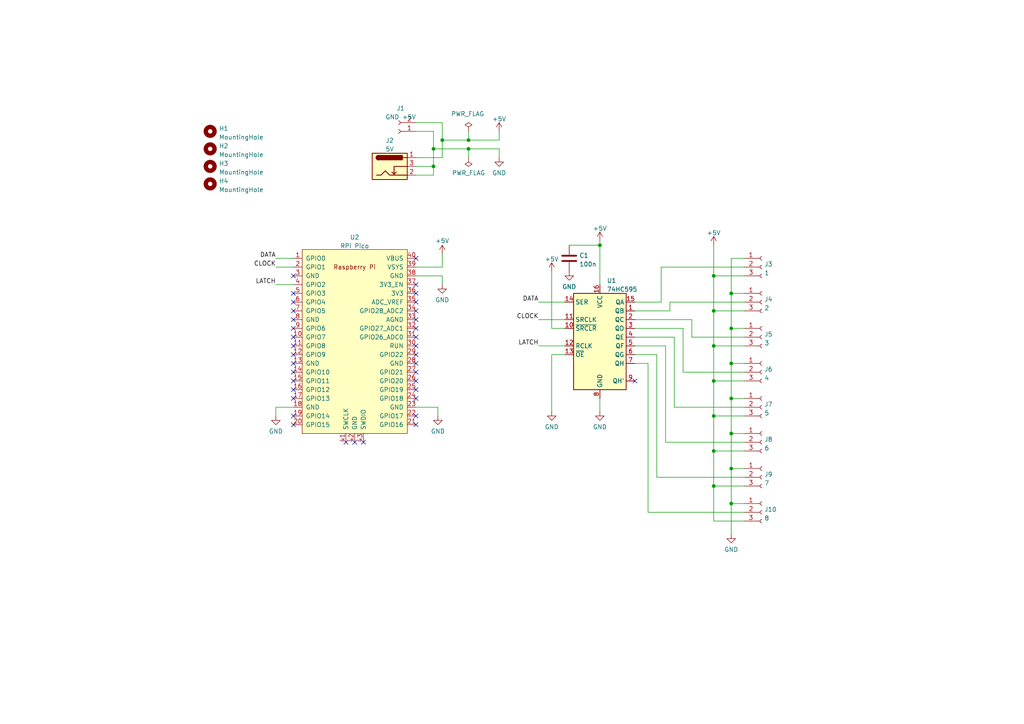
<source format=kicad_sch>
(kicad_sch (version 20211123) (generator eeschema)

  (uuid d350497a-baf4-4270-a560-45c7bc5aa03e)

  (paper "A4")

  (lib_symbols
    (symbol "74xx:74HC595" (in_bom yes) (on_board yes)
      (property "Reference" "U" (id 0) (at -7.62 13.97 0)
        (effects (font (size 1.27 1.27)))
      )
      (property "Value" "74HC595" (id 1) (at -7.62 -16.51 0)
        (effects (font (size 1.27 1.27)))
      )
      (property "Footprint" "" (id 2) (at 0 0 0)
        (effects (font (size 1.27 1.27)) hide)
      )
      (property "Datasheet" "http://www.ti.com/lit/ds/symlink/sn74hc595.pdf" (id 3) (at 0 0 0)
        (effects (font (size 1.27 1.27)) hide)
      )
      (property "ki_keywords" "HCMOS SR 3State" (id 4) (at 0 0 0)
        (effects (font (size 1.27 1.27)) hide)
      )
      (property "ki_description" "8-bit serial in/out Shift Register 3-State Outputs" (id 5) (at 0 0 0)
        (effects (font (size 1.27 1.27)) hide)
      )
      (property "ki_fp_filters" "DIP*W7.62mm* SOIC*3.9x9.9mm*P1.27mm* TSSOP*4.4x5mm*P0.65mm* SOIC*5.3x10.2mm*P1.27mm* SOIC*7.5x10.3mm*P1.27mm*" (id 6) (at 0 0 0)
        (effects (font (size 1.27 1.27)) hide)
      )
      (symbol "74HC595_1_0"
        (pin tri_state line (at 10.16 7.62 180) (length 2.54)
          (name "QB" (effects (font (size 1.27 1.27))))
          (number "1" (effects (font (size 1.27 1.27))))
        )
        (pin input line (at -10.16 2.54 0) (length 2.54)
          (name "~{SRCLR}" (effects (font (size 1.27 1.27))))
          (number "10" (effects (font (size 1.27 1.27))))
        )
        (pin input line (at -10.16 5.08 0) (length 2.54)
          (name "SRCLK" (effects (font (size 1.27 1.27))))
          (number "11" (effects (font (size 1.27 1.27))))
        )
        (pin input line (at -10.16 -2.54 0) (length 2.54)
          (name "RCLK" (effects (font (size 1.27 1.27))))
          (number "12" (effects (font (size 1.27 1.27))))
        )
        (pin input line (at -10.16 -5.08 0) (length 2.54)
          (name "~{OE}" (effects (font (size 1.27 1.27))))
          (number "13" (effects (font (size 1.27 1.27))))
        )
        (pin input line (at -10.16 10.16 0) (length 2.54)
          (name "SER" (effects (font (size 1.27 1.27))))
          (number "14" (effects (font (size 1.27 1.27))))
        )
        (pin tri_state line (at 10.16 10.16 180) (length 2.54)
          (name "QA" (effects (font (size 1.27 1.27))))
          (number "15" (effects (font (size 1.27 1.27))))
        )
        (pin power_in line (at 0 15.24 270) (length 2.54)
          (name "VCC" (effects (font (size 1.27 1.27))))
          (number "16" (effects (font (size 1.27 1.27))))
        )
        (pin tri_state line (at 10.16 5.08 180) (length 2.54)
          (name "QC" (effects (font (size 1.27 1.27))))
          (number "2" (effects (font (size 1.27 1.27))))
        )
        (pin tri_state line (at 10.16 2.54 180) (length 2.54)
          (name "QD" (effects (font (size 1.27 1.27))))
          (number "3" (effects (font (size 1.27 1.27))))
        )
        (pin tri_state line (at 10.16 0 180) (length 2.54)
          (name "QE" (effects (font (size 1.27 1.27))))
          (number "4" (effects (font (size 1.27 1.27))))
        )
        (pin tri_state line (at 10.16 -2.54 180) (length 2.54)
          (name "QF" (effects (font (size 1.27 1.27))))
          (number "5" (effects (font (size 1.27 1.27))))
        )
        (pin tri_state line (at 10.16 -5.08 180) (length 2.54)
          (name "QG" (effects (font (size 1.27 1.27))))
          (number "6" (effects (font (size 1.27 1.27))))
        )
        (pin tri_state line (at 10.16 -7.62 180) (length 2.54)
          (name "QH" (effects (font (size 1.27 1.27))))
          (number "7" (effects (font (size 1.27 1.27))))
        )
        (pin power_in line (at 0 -17.78 90) (length 2.54)
          (name "GND" (effects (font (size 1.27 1.27))))
          (number "8" (effects (font (size 1.27 1.27))))
        )
        (pin output line (at 10.16 -12.7 180) (length 2.54)
          (name "QH'" (effects (font (size 1.27 1.27))))
          (number "9" (effects (font (size 1.27 1.27))))
        )
      )
      (symbol "74HC595_1_1"
        (rectangle (start -7.62 12.7) (end 7.62 -15.24)
          (stroke (width 0.254) (type default) (color 0 0 0 0))
          (fill (type background))
        )
      )
    )
    (symbol "Connector:Barrel_Jack_Switch" (pin_names hide) (in_bom yes) (on_board yes)
      (property "Reference" "J" (id 0) (at 0 5.334 0)
        (effects (font (size 1.27 1.27)))
      )
      (property "Value" "Barrel_Jack_Switch" (id 1) (at 0 -5.08 0)
        (effects (font (size 1.27 1.27)))
      )
      (property "Footprint" "" (id 2) (at 1.27 -1.016 0)
        (effects (font (size 1.27 1.27)) hide)
      )
      (property "Datasheet" "~" (id 3) (at 1.27 -1.016 0)
        (effects (font (size 1.27 1.27)) hide)
      )
      (property "ki_keywords" "DC power barrel jack connector" (id 4) (at 0 0 0)
        (effects (font (size 1.27 1.27)) hide)
      )
      (property "ki_description" "DC Barrel Jack with an internal switch" (id 5) (at 0 0 0)
        (effects (font (size 1.27 1.27)) hide)
      )
      (property "ki_fp_filters" "BarrelJack*" (id 6) (at 0 0 0)
        (effects (font (size 1.27 1.27)) hide)
      )
      (symbol "Barrel_Jack_Switch_0_1"
        (rectangle (start -5.08 3.81) (end 5.08 -3.81)
          (stroke (width 0.254) (type default) (color 0 0 0 0))
          (fill (type background))
        )
        (arc (start -3.302 3.175) (mid -3.937 2.54) (end -3.302 1.905)
          (stroke (width 0.254) (type default) (color 0 0 0 0))
          (fill (type none))
        )
        (arc (start -3.302 3.175) (mid -3.937 2.54) (end -3.302 1.905)
          (stroke (width 0.254) (type default) (color 0 0 0 0))
          (fill (type outline))
        )
        (polyline
          (pts
            (xy 1.27 -2.286)
            (xy 1.905 -1.651)
          )
          (stroke (width 0.254) (type default) (color 0 0 0 0))
          (fill (type none))
        )
        (polyline
          (pts
            (xy 5.08 2.54)
            (xy 3.81 2.54)
          )
          (stroke (width 0.254) (type default) (color 0 0 0 0))
          (fill (type none))
        )
        (polyline
          (pts
            (xy 5.08 0)
            (xy 1.27 0)
            (xy 1.27 -2.286)
            (xy 0.635 -1.651)
          )
          (stroke (width 0.254) (type default) (color 0 0 0 0))
          (fill (type none))
        )
        (polyline
          (pts
            (xy -3.81 -2.54)
            (xy -2.54 -2.54)
            (xy -1.27 -1.27)
            (xy 0 -2.54)
            (xy 2.54 -2.54)
            (xy 5.08 -2.54)
          )
          (stroke (width 0.254) (type default) (color 0 0 0 0))
          (fill (type none))
        )
        (rectangle (start 3.683 3.175) (end -3.302 1.905)
          (stroke (width 0.254) (type default) (color 0 0 0 0))
          (fill (type outline))
        )
      )
      (symbol "Barrel_Jack_Switch_1_1"
        (pin passive line (at 7.62 2.54 180) (length 2.54)
          (name "~" (effects (font (size 1.27 1.27))))
          (number "1" (effects (font (size 1.27 1.27))))
        )
        (pin passive line (at 7.62 -2.54 180) (length 2.54)
          (name "~" (effects (font (size 1.27 1.27))))
          (number "2" (effects (font (size 1.27 1.27))))
        )
        (pin passive line (at 7.62 0 180) (length 2.54)
          (name "~" (effects (font (size 1.27 1.27))))
          (number "3" (effects (font (size 1.27 1.27))))
        )
      )
    )
    (symbol "Connector:Conn_01x02_Female" (pin_names (offset 1.016) hide) (in_bom yes) (on_board yes)
      (property "Reference" "J" (id 0) (at 0 2.54 0)
        (effects (font (size 1.27 1.27)))
      )
      (property "Value" "Conn_01x02_Female" (id 1) (at 0 -5.08 0)
        (effects (font (size 1.27 1.27)))
      )
      (property "Footprint" "" (id 2) (at 0 0 0)
        (effects (font (size 1.27 1.27)) hide)
      )
      (property "Datasheet" "~" (id 3) (at 0 0 0)
        (effects (font (size 1.27 1.27)) hide)
      )
      (property "ki_keywords" "connector" (id 4) (at 0 0 0)
        (effects (font (size 1.27 1.27)) hide)
      )
      (property "ki_description" "Generic connector, single row, 01x02, script generated (kicad-library-utils/schlib/autogen/connector/)" (id 5) (at 0 0 0)
        (effects (font (size 1.27 1.27)) hide)
      )
      (property "ki_fp_filters" "Connector*:*_1x??_*" (id 6) (at 0 0 0)
        (effects (font (size 1.27 1.27)) hide)
      )
      (symbol "Conn_01x02_Female_1_1"
        (arc (start 0 -2.032) (mid -0.508 -2.54) (end 0 -3.048)
          (stroke (width 0.1524) (type default) (color 0 0 0 0))
          (fill (type none))
        )
        (polyline
          (pts
            (xy -1.27 -2.54)
            (xy -0.508 -2.54)
          )
          (stroke (width 0.1524) (type default) (color 0 0 0 0))
          (fill (type none))
        )
        (polyline
          (pts
            (xy -1.27 0)
            (xy -0.508 0)
          )
          (stroke (width 0.1524) (type default) (color 0 0 0 0))
          (fill (type none))
        )
        (arc (start 0 0.508) (mid -0.508 0) (end 0 -0.508)
          (stroke (width 0.1524) (type default) (color 0 0 0 0))
          (fill (type none))
        )
        (pin passive line (at -5.08 0 0) (length 3.81)
          (name "Pin_1" (effects (font (size 1.27 1.27))))
          (number "1" (effects (font (size 1.27 1.27))))
        )
        (pin passive line (at -5.08 -2.54 0) (length 3.81)
          (name "Pin_2" (effects (font (size 1.27 1.27))))
          (number "2" (effects (font (size 1.27 1.27))))
        )
      )
    )
    (symbol "Connector:Conn_01x03_Female" (pin_names (offset 1.016) hide) (in_bom yes) (on_board yes)
      (property "Reference" "J" (id 0) (at 0 5.08 0)
        (effects (font (size 1.27 1.27)))
      )
      (property "Value" "Conn_01x03_Female" (id 1) (at 0 -5.08 0)
        (effects (font (size 1.27 1.27)))
      )
      (property "Footprint" "" (id 2) (at 0 0 0)
        (effects (font (size 1.27 1.27)) hide)
      )
      (property "Datasheet" "~" (id 3) (at 0 0 0)
        (effects (font (size 1.27 1.27)) hide)
      )
      (property "ki_keywords" "connector" (id 4) (at 0 0 0)
        (effects (font (size 1.27 1.27)) hide)
      )
      (property "ki_description" "Generic connector, single row, 01x03, script generated (kicad-library-utils/schlib/autogen/connector/)" (id 5) (at 0 0 0)
        (effects (font (size 1.27 1.27)) hide)
      )
      (property "ki_fp_filters" "Connector*:*_1x??_*" (id 6) (at 0 0 0)
        (effects (font (size 1.27 1.27)) hide)
      )
      (symbol "Conn_01x03_Female_1_1"
        (arc (start 0 -2.032) (mid -0.508 -2.54) (end 0 -3.048)
          (stroke (width 0.1524) (type default) (color 0 0 0 0))
          (fill (type none))
        )
        (polyline
          (pts
            (xy -1.27 -2.54)
            (xy -0.508 -2.54)
          )
          (stroke (width 0.1524) (type default) (color 0 0 0 0))
          (fill (type none))
        )
        (polyline
          (pts
            (xy -1.27 0)
            (xy -0.508 0)
          )
          (stroke (width 0.1524) (type default) (color 0 0 0 0))
          (fill (type none))
        )
        (polyline
          (pts
            (xy -1.27 2.54)
            (xy -0.508 2.54)
          )
          (stroke (width 0.1524) (type default) (color 0 0 0 0))
          (fill (type none))
        )
        (arc (start 0 0.508) (mid -0.508 0) (end 0 -0.508)
          (stroke (width 0.1524) (type default) (color 0 0 0 0))
          (fill (type none))
        )
        (arc (start 0 3.048) (mid -0.508 2.54) (end 0 2.032)
          (stroke (width 0.1524) (type default) (color 0 0 0 0))
          (fill (type none))
        )
        (pin passive line (at -5.08 2.54 0) (length 3.81)
          (name "Pin_1" (effects (font (size 1.27 1.27))))
          (number "1" (effects (font (size 1.27 1.27))))
        )
        (pin passive line (at -5.08 0 0) (length 3.81)
          (name "Pin_2" (effects (font (size 1.27 1.27))))
          (number "2" (effects (font (size 1.27 1.27))))
        )
        (pin passive line (at -5.08 -2.54 0) (length 3.81)
          (name "Pin_3" (effects (font (size 1.27 1.27))))
          (number "3" (effects (font (size 1.27 1.27))))
        )
      )
    )
    (symbol "Device:C" (pin_numbers hide) (pin_names (offset 0.254)) (in_bom yes) (on_board yes)
      (property "Reference" "C" (id 0) (at 0.635 2.54 0)
        (effects (font (size 1.27 1.27)) (justify left))
      )
      (property "Value" "C" (id 1) (at 0.635 -2.54 0)
        (effects (font (size 1.27 1.27)) (justify left))
      )
      (property "Footprint" "" (id 2) (at 0.9652 -3.81 0)
        (effects (font (size 1.27 1.27)) hide)
      )
      (property "Datasheet" "~" (id 3) (at 0 0 0)
        (effects (font (size 1.27 1.27)) hide)
      )
      (property "ki_keywords" "cap capacitor" (id 4) (at 0 0 0)
        (effects (font (size 1.27 1.27)) hide)
      )
      (property "ki_description" "Unpolarized capacitor" (id 5) (at 0 0 0)
        (effects (font (size 1.27 1.27)) hide)
      )
      (property "ki_fp_filters" "C_*" (id 6) (at 0 0 0)
        (effects (font (size 1.27 1.27)) hide)
      )
      (symbol "C_0_1"
        (polyline
          (pts
            (xy -2.032 -0.762)
            (xy 2.032 -0.762)
          )
          (stroke (width 0.508) (type default) (color 0 0 0 0))
          (fill (type none))
        )
        (polyline
          (pts
            (xy -2.032 0.762)
            (xy 2.032 0.762)
          )
          (stroke (width 0.508) (type default) (color 0 0 0 0))
          (fill (type none))
        )
      )
      (symbol "C_1_1"
        (pin passive line (at 0 3.81 270) (length 2.794)
          (name "~" (effects (font (size 1.27 1.27))))
          (number "1" (effects (font (size 1.27 1.27))))
        )
        (pin passive line (at 0 -3.81 90) (length 2.794)
          (name "~" (effects (font (size 1.27 1.27))))
          (number "2" (effects (font (size 1.27 1.27))))
        )
      )
    )
    (symbol "Mechanical:MountingHole" (pin_names (offset 1.016)) (in_bom yes) (on_board yes)
      (property "Reference" "H" (id 0) (at 0 5.08 0)
        (effects (font (size 1.27 1.27)))
      )
      (property "Value" "MountingHole" (id 1) (at 0 3.175 0)
        (effects (font (size 1.27 1.27)))
      )
      (property "Footprint" "" (id 2) (at 0 0 0)
        (effects (font (size 1.27 1.27)) hide)
      )
      (property "Datasheet" "~" (id 3) (at 0 0 0)
        (effects (font (size 1.27 1.27)) hide)
      )
      (property "ki_keywords" "mounting hole" (id 4) (at 0 0 0)
        (effects (font (size 1.27 1.27)) hide)
      )
      (property "ki_description" "Mounting Hole without connection" (id 5) (at 0 0 0)
        (effects (font (size 1.27 1.27)) hide)
      )
      (property "ki_fp_filters" "MountingHole*" (id 6) (at 0 0 0)
        (effects (font (size 1.27 1.27)) hide)
      )
      (symbol "MountingHole_0_1"
        (circle (center 0 0) (radius 1.27)
          (stroke (width 1.27) (type default) (color 0 0 0 0))
          (fill (type none))
        )
      )
    )
    (symbol "Pico:Pico" (pin_names (offset 1.016)) (in_bom yes) (on_board yes)
      (property "Reference" "U2" (id 0) (at 0 30.2428 0)
        (effects (font (size 1.27 1.27)))
      )
      (property "Value" "RPi Pico" (id 1) (at 0 27.7059 0)
        (effects (font (size 1.27 1.27)))
      )
      (property "Footprint" "RPi_Pico:RPi_Pico_SMD_TH" (id 2) (at 0 0 90)
        (effects (font (size 1.27 1.27)) hide)
      )
      (property "Datasheet" "" (id 3) (at 0 0 0)
        (effects (font (size 1.27 1.27)) hide)
      )
      (symbol "Pico_0_0"
        (text "Raspberry Pi" (at 0 21.59 0)
          (effects (font (size 1.27 1.27)))
        )
      )
      (symbol "Pico_0_1"
        (rectangle (start -15.24 26.67) (end 15.24 -26.67)
          (stroke (width 0) (type default) (color 0 0 0 0))
          (fill (type background))
        )
      )
      (symbol "Pico_1_1"
        (pin bidirectional line (at -17.78 24.13 0) (length 2.54)
          (name "GPIO0" (effects (font (size 1.27 1.27))))
          (number "1" (effects (font (size 1.27 1.27))))
        )
        (pin bidirectional line (at -17.78 1.27 0) (length 2.54)
          (name "GPIO7" (effects (font (size 1.27 1.27))))
          (number "10" (effects (font (size 1.27 1.27))))
        )
        (pin bidirectional line (at -17.78 -1.27 0) (length 2.54)
          (name "GPIO8" (effects (font (size 1.27 1.27))))
          (number "11" (effects (font (size 1.27 1.27))))
        )
        (pin bidirectional line (at -17.78 -3.81 0) (length 2.54)
          (name "GPIO9" (effects (font (size 1.27 1.27))))
          (number "12" (effects (font (size 1.27 1.27))))
        )
        (pin power_in line (at -17.78 -6.35 0) (length 2.54)
          (name "GND" (effects (font (size 1.27 1.27))))
          (number "13" (effects (font (size 1.27 1.27))))
        )
        (pin bidirectional line (at -17.78 -8.89 0) (length 2.54)
          (name "GPIO10" (effects (font (size 1.27 1.27))))
          (number "14" (effects (font (size 1.27 1.27))))
        )
        (pin bidirectional line (at -17.78 -11.43 0) (length 2.54)
          (name "GPIO11" (effects (font (size 1.27 1.27))))
          (number "15" (effects (font (size 1.27 1.27))))
        )
        (pin bidirectional line (at -17.78 -13.97 0) (length 2.54)
          (name "GPIO12" (effects (font (size 1.27 1.27))))
          (number "16" (effects (font (size 1.27 1.27))))
        )
        (pin bidirectional line (at -17.78 -16.51 0) (length 2.54)
          (name "GPIO13" (effects (font (size 1.27 1.27))))
          (number "17" (effects (font (size 1.27 1.27))))
        )
        (pin power_in line (at -17.78 -19.05 0) (length 2.54)
          (name "GND" (effects (font (size 1.27 1.27))))
          (number "18" (effects (font (size 1.27 1.27))))
        )
        (pin bidirectional line (at -17.78 -21.59 0) (length 2.54)
          (name "GPIO14" (effects (font (size 1.27 1.27))))
          (number "19" (effects (font (size 1.27 1.27))))
        )
        (pin bidirectional line (at -17.78 21.59 0) (length 2.54)
          (name "GPIO1" (effects (font (size 1.27 1.27))))
          (number "2" (effects (font (size 1.27 1.27))))
        )
        (pin bidirectional line (at -17.78 -24.13 0) (length 2.54)
          (name "GPIO15" (effects (font (size 1.27 1.27))))
          (number "20" (effects (font (size 1.27 1.27))))
        )
        (pin bidirectional line (at 17.78 -24.13 180) (length 2.54)
          (name "GPIO16" (effects (font (size 1.27 1.27))))
          (number "21" (effects (font (size 1.27 1.27))))
        )
        (pin bidirectional line (at 17.78 -21.59 180) (length 2.54)
          (name "GPIO17" (effects (font (size 1.27 1.27))))
          (number "22" (effects (font (size 1.27 1.27))))
        )
        (pin power_in line (at 17.78 -19.05 180) (length 2.54)
          (name "GND" (effects (font (size 1.27 1.27))))
          (number "23" (effects (font (size 1.27 1.27))))
        )
        (pin bidirectional line (at 17.78 -16.51 180) (length 2.54)
          (name "GPIO18" (effects (font (size 1.27 1.27))))
          (number "24" (effects (font (size 1.27 1.27))))
        )
        (pin bidirectional line (at 17.78 -13.97 180) (length 2.54)
          (name "GPIO19" (effects (font (size 1.27 1.27))))
          (number "25" (effects (font (size 1.27 1.27))))
        )
        (pin bidirectional line (at 17.78 -11.43 180) (length 2.54)
          (name "GPIO20" (effects (font (size 1.27 1.27))))
          (number "26" (effects (font (size 1.27 1.27))))
        )
        (pin bidirectional line (at 17.78 -8.89 180) (length 2.54)
          (name "GPIO21" (effects (font (size 1.27 1.27))))
          (number "27" (effects (font (size 1.27 1.27))))
        )
        (pin power_in line (at 17.78 -6.35 180) (length 2.54)
          (name "GND" (effects (font (size 1.27 1.27))))
          (number "28" (effects (font (size 1.27 1.27))))
        )
        (pin bidirectional line (at 17.78 -3.81 180) (length 2.54)
          (name "GPIO22" (effects (font (size 1.27 1.27))))
          (number "29" (effects (font (size 1.27 1.27))))
        )
        (pin power_in line (at -17.78 19.05 0) (length 2.54)
          (name "GND" (effects (font (size 1.27 1.27))))
          (number "3" (effects (font (size 1.27 1.27))))
        )
        (pin input line (at 17.78 -1.27 180) (length 2.54)
          (name "RUN" (effects (font (size 1.27 1.27))))
          (number "30" (effects (font (size 1.27 1.27))))
        )
        (pin bidirectional line (at 17.78 1.27 180) (length 2.54)
          (name "GPIO26_ADC0" (effects (font (size 1.27 1.27))))
          (number "31" (effects (font (size 1.27 1.27))))
        )
        (pin bidirectional line (at 17.78 3.81 180) (length 2.54)
          (name "GPIO27_ADC1" (effects (font (size 1.27 1.27))))
          (number "32" (effects (font (size 1.27 1.27))))
        )
        (pin power_in line (at 17.78 6.35 180) (length 2.54)
          (name "AGND" (effects (font (size 1.27 1.27))))
          (number "33" (effects (font (size 1.27 1.27))))
        )
        (pin bidirectional line (at 17.78 8.89 180) (length 2.54)
          (name "GPIO28_ADC2" (effects (font (size 1.27 1.27))))
          (number "34" (effects (font (size 1.27 1.27))))
        )
        (pin unspecified line (at 17.78 11.43 180) (length 2.54)
          (name "ADC_VREF" (effects (font (size 1.27 1.27))))
          (number "35" (effects (font (size 1.27 1.27))))
        )
        (pin unspecified line (at 17.78 13.97 180) (length 2.54)
          (name "3V3" (effects (font (size 1.27 1.27))))
          (number "36" (effects (font (size 1.27 1.27))))
        )
        (pin input line (at 17.78 16.51 180) (length 2.54)
          (name "3V3_EN" (effects (font (size 1.27 1.27))))
          (number "37" (effects (font (size 1.27 1.27))))
        )
        (pin power_in line (at 17.78 19.05 180) (length 2.54)
          (name "GND" (effects (font (size 1.27 1.27))))
          (number "38" (effects (font (size 1.27 1.27))))
        )
        (pin power_in line (at 17.78 21.59 180) (length 2.54)
          (name "VSYS" (effects (font (size 1.27 1.27))))
          (number "39" (effects (font (size 1.27 1.27))))
        )
        (pin bidirectional line (at -17.78 16.51 0) (length 2.54)
          (name "GPIO2" (effects (font (size 1.27 1.27))))
          (number "4" (effects (font (size 1.27 1.27))))
        )
        (pin unspecified line (at 17.78 24.13 180) (length 2.54)
          (name "VBUS" (effects (font (size 1.27 1.27))))
          (number "40" (effects (font (size 1.27 1.27))))
        )
        (pin input line (at -2.54 -29.21 90) (length 2.54)
          (name "SWCLK" (effects (font (size 1.27 1.27))))
          (number "41" (effects (font (size 1.27 1.27))))
        )
        (pin power_in line (at 0 -29.21 90) (length 2.54)
          (name "GND" (effects (font (size 1.27 1.27))))
          (number "42" (effects (font (size 1.27 1.27))))
        )
        (pin bidirectional line (at 2.54 -29.21 90) (length 2.54)
          (name "SWDIO" (effects (font (size 1.27 1.27))))
          (number "43" (effects (font (size 1.27 1.27))))
        )
        (pin bidirectional line (at -17.78 13.97 0) (length 2.54)
          (name "GPIO3" (effects (font (size 1.27 1.27))))
          (number "5" (effects (font (size 1.27 1.27))))
        )
        (pin bidirectional line (at -17.78 11.43 0) (length 2.54)
          (name "GPIO4" (effects (font (size 1.27 1.27))))
          (number "6" (effects (font (size 1.27 1.27))))
        )
        (pin bidirectional line (at -17.78 8.89 0) (length 2.54)
          (name "GPIO5" (effects (font (size 1.27 1.27))))
          (number "7" (effects (font (size 1.27 1.27))))
        )
        (pin power_in line (at -17.78 6.35 0) (length 2.54)
          (name "GND" (effects (font (size 1.27 1.27))))
          (number "8" (effects (font (size 1.27 1.27))))
        )
        (pin bidirectional line (at -17.78 3.81 0) (length 2.54)
          (name "GPIO6" (effects (font (size 1.27 1.27))))
          (number "9" (effects (font (size 1.27 1.27))))
        )
      )
    )
    (symbol "power:+5V" (power) (pin_names (offset 0)) (in_bom yes) (on_board yes)
      (property "Reference" "#PWR" (id 0) (at 0 -3.81 0)
        (effects (font (size 1.27 1.27)) hide)
      )
      (property "Value" "+5V" (id 1) (at 0 3.556 0)
        (effects (font (size 1.27 1.27)))
      )
      (property "Footprint" "" (id 2) (at 0 0 0)
        (effects (font (size 1.27 1.27)) hide)
      )
      (property "Datasheet" "" (id 3) (at 0 0 0)
        (effects (font (size 1.27 1.27)) hide)
      )
      (property "ki_keywords" "power-flag" (id 4) (at 0 0 0)
        (effects (font (size 1.27 1.27)) hide)
      )
      (property "ki_description" "Power symbol creates a global label with name \"+5V\"" (id 5) (at 0 0 0)
        (effects (font (size 1.27 1.27)) hide)
      )
      (symbol "+5V_0_1"
        (polyline
          (pts
            (xy -0.762 1.27)
            (xy 0 2.54)
          )
          (stroke (width 0) (type default) (color 0 0 0 0))
          (fill (type none))
        )
        (polyline
          (pts
            (xy 0 0)
            (xy 0 2.54)
          )
          (stroke (width 0) (type default) (color 0 0 0 0))
          (fill (type none))
        )
        (polyline
          (pts
            (xy 0 2.54)
            (xy 0.762 1.27)
          )
          (stroke (width 0) (type default) (color 0 0 0 0))
          (fill (type none))
        )
      )
      (symbol "+5V_1_1"
        (pin power_in line (at 0 0 90) (length 0) hide
          (name "+5V" (effects (font (size 1.27 1.27))))
          (number "1" (effects (font (size 1.27 1.27))))
        )
      )
    )
    (symbol "power:GND" (power) (pin_names (offset 0)) (in_bom yes) (on_board yes)
      (property "Reference" "#PWR" (id 0) (at 0 -6.35 0)
        (effects (font (size 1.27 1.27)) hide)
      )
      (property "Value" "GND" (id 1) (at 0 -3.81 0)
        (effects (font (size 1.27 1.27)))
      )
      (property "Footprint" "" (id 2) (at 0 0 0)
        (effects (font (size 1.27 1.27)) hide)
      )
      (property "Datasheet" "" (id 3) (at 0 0 0)
        (effects (font (size 1.27 1.27)) hide)
      )
      (property "ki_keywords" "power-flag" (id 4) (at 0 0 0)
        (effects (font (size 1.27 1.27)) hide)
      )
      (property "ki_description" "Power symbol creates a global label with name \"GND\" , ground" (id 5) (at 0 0 0)
        (effects (font (size 1.27 1.27)) hide)
      )
      (symbol "GND_0_1"
        (polyline
          (pts
            (xy 0 0)
            (xy 0 -1.27)
            (xy 1.27 -1.27)
            (xy 0 -2.54)
            (xy -1.27 -1.27)
            (xy 0 -1.27)
          )
          (stroke (width 0) (type default) (color 0 0 0 0))
          (fill (type none))
        )
      )
      (symbol "GND_1_1"
        (pin power_in line (at 0 0 270) (length 0) hide
          (name "GND" (effects (font (size 1.27 1.27))))
          (number "1" (effects (font (size 1.27 1.27))))
        )
      )
    )
    (symbol "power:PWR_FLAG" (power) (pin_numbers hide) (pin_names (offset 0) hide) (in_bom yes) (on_board yes)
      (property "Reference" "#FLG" (id 0) (at 0 1.905 0)
        (effects (font (size 1.27 1.27)) hide)
      )
      (property "Value" "PWR_FLAG" (id 1) (at 0 3.81 0)
        (effects (font (size 1.27 1.27)))
      )
      (property "Footprint" "" (id 2) (at 0 0 0)
        (effects (font (size 1.27 1.27)) hide)
      )
      (property "Datasheet" "~" (id 3) (at 0 0 0)
        (effects (font (size 1.27 1.27)) hide)
      )
      (property "ki_keywords" "power-flag" (id 4) (at 0 0 0)
        (effects (font (size 1.27 1.27)) hide)
      )
      (property "ki_description" "Special symbol for telling ERC where power comes from" (id 5) (at 0 0 0)
        (effects (font (size 1.27 1.27)) hide)
      )
      (symbol "PWR_FLAG_0_0"
        (pin power_out line (at 0 0 90) (length 0)
          (name "pwr" (effects (font (size 1.27 1.27))))
          (number "1" (effects (font (size 1.27 1.27))))
        )
      )
      (symbol "PWR_FLAG_0_1"
        (polyline
          (pts
            (xy 0 0)
            (xy 0 1.27)
            (xy -1.016 1.905)
            (xy 0 2.54)
            (xy 1.016 1.905)
            (xy 0 1.27)
          )
          (stroke (width 0) (type default) (color 0 0 0 0))
          (fill (type none))
        )
      )
    )
  )


  (junction (at 212.09 146.05) (diameter 0) (color 0 0 0 0)
    (uuid 07f035f6-7a69-40c8-a7e6-d4ac65e16938)
  )
  (junction (at 135.89 43.18) (diameter 0) (color 0 0 0 0)
    (uuid 1c008465-1e22-474b-848d-edde0739ac06)
  )
  (junction (at 207.01 140.97) (diameter 0) (color 0 0 0 0)
    (uuid 2c724ef8-bddb-4d8b-9cbe-6644817cd0b7)
  )
  (junction (at 173.99 71.12) (diameter 0) (color 0 0 0 0)
    (uuid 2c85924f-7a65-441b-ae7f-50e8b13be70b)
  )
  (junction (at 207.01 110.49) (diameter 0) (color 0 0 0 0)
    (uuid 63ca3f29-9798-49f7-9eba-5d4ee933afea)
  )
  (junction (at 125.73 43.18) (diameter 0) (color 0 0 0 0)
    (uuid 6aa3ad5a-5afc-4b2b-ad0c-d11f19b405d9)
  )
  (junction (at 207.01 80.01) (diameter 0) (color 0 0 0 0)
    (uuid 6c765cb9-a1e3-4225-94c6-ce6010d340ec)
  )
  (junction (at 207.01 100.33) (diameter 0) (color 0 0 0 0)
    (uuid 6d06dc63-4fc4-4de8-b42b-ec85d8db6c6e)
  )
  (junction (at 212.09 115.57) (diameter 0) (color 0 0 0 0)
    (uuid 7a8c09e6-98d5-46d0-8b23-7fb5d0845736)
  )
  (junction (at 128.27 40.64) (diameter 0) (color 0 0 0 0)
    (uuid 7c978c91-3a1a-4913-9510-9e721d0a9463)
  )
  (junction (at 207.01 130.81) (diameter 0) (color 0 0 0 0)
    (uuid 8949e047-d0a0-4b65-93b7-c5ccee7845eb)
  )
  (junction (at 212.09 135.89) (diameter 0) (color 0 0 0 0)
    (uuid 90d0d849-edff-4542-884f-8b8099a0b86b)
  )
  (junction (at 212.09 105.41) (diameter 0) (color 0 0 0 0)
    (uuid 9582d1cd-791c-4627-a6c0-283be2604f93)
  )
  (junction (at 212.09 85.09) (diameter 0) (color 0 0 0 0)
    (uuid a4b717cb-2a0c-4d7a-8f59-63c355a9d5cc)
  )
  (junction (at 125.73 48.26) (diameter 0) (color 0 0 0 0)
    (uuid b29196d0-1688-42f4-826b-523c988f8979)
  )
  (junction (at 207.01 120.65) (diameter 0) (color 0 0 0 0)
    (uuid b7e3fa11-a1b8-4474-a00f-47bb314fd772)
  )
  (junction (at 135.89 40.64) (diameter 0) (color 0 0 0 0)
    (uuid dd19b8df-aa58-4a95-91e7-604fb5c8d629)
  )
  (junction (at 212.09 95.25) (diameter 0) (color 0 0 0 0)
    (uuid eb6535a7-83ca-4fa9-8202-0aef92a696d3)
  )
  (junction (at 212.09 125.73) (diameter 0) (color 0 0 0 0)
    (uuid ed96e9ec-b28b-4313-a258-d8ae604f4bd4)
  )
  (junction (at 207.01 90.17) (diameter 0) (color 0 0 0 0)
    (uuid f3fbcd4b-fc0f-439f-8114-8221a121c2b8)
  )

  (no_connect (at 184.15 110.49) (uuid 591f5bf5-2563-4532-ac83-1110966c4cbe))
  (no_connect (at 120.65 82.55) (uuid 7963d19a-721b-4ca5-8094-e9bf5bebcd8b))
  (no_connect (at 120.65 85.09) (uuid 7963d19a-721b-4ca5-8094-e9bf5bebcd8c))
  (no_connect (at 120.65 87.63) (uuid 7963d19a-721b-4ca5-8094-e9bf5bebcd8d))
  (no_connect (at 120.65 90.17) (uuid 7963d19a-721b-4ca5-8094-e9bf5bebcd8e))
  (no_connect (at 85.09 92.71) (uuid 7963d19a-721b-4ca5-8094-e9bf5bebcd8f))
  (no_connect (at 85.09 95.25) (uuid 7963d19a-721b-4ca5-8094-e9bf5bebcd90))
  (no_connect (at 85.09 97.79) (uuid 7963d19a-721b-4ca5-8094-e9bf5bebcd91))
  (no_connect (at 85.09 100.33) (uuid 7963d19a-721b-4ca5-8094-e9bf5bebcd92))
  (no_connect (at 85.09 102.87) (uuid 7963d19a-721b-4ca5-8094-e9bf5bebcd93))
  (no_connect (at 85.09 105.41) (uuid 7963d19a-721b-4ca5-8094-e9bf5bebcd94))
  (no_connect (at 85.09 107.95) (uuid 7963d19a-721b-4ca5-8094-e9bf5bebcd95))
  (no_connect (at 85.09 110.49) (uuid 7963d19a-721b-4ca5-8094-e9bf5bebcd96))
  (no_connect (at 85.09 113.03) (uuid 7963d19a-721b-4ca5-8094-e9bf5bebcd97))
  (no_connect (at 85.09 115.57) (uuid 7963d19a-721b-4ca5-8094-e9bf5bebcd98))
  (no_connect (at 85.09 120.65) (uuid 7963d19a-721b-4ca5-8094-e9bf5bebcd9a))
  (no_connect (at 85.09 123.19) (uuid 7963d19a-721b-4ca5-8094-e9bf5bebcd9b))
  (no_connect (at 120.65 74.93) (uuid 7963d19a-721b-4ca5-8094-e9bf5bebcd9c))
  (no_connect (at 120.65 92.71) (uuid 7963d19a-721b-4ca5-8094-e9bf5bebcd9d))
  (no_connect (at 120.65 95.25) (uuid 7963d19a-721b-4ca5-8094-e9bf5bebcd9e))
  (no_connect (at 120.65 123.19) (uuid 7963d19a-721b-4ca5-8094-e9bf5bebcd9f))
  (no_connect (at 100.33 128.27) (uuid 7963d19a-721b-4ca5-8094-e9bf5bebcda0))
  (no_connect (at 102.87 128.27) (uuid 7963d19a-721b-4ca5-8094-e9bf5bebcda1))
  (no_connect (at 105.41 128.27) (uuid 7963d19a-721b-4ca5-8094-e9bf5bebcda2))
  (no_connect (at 120.65 97.79) (uuid 7963d19a-721b-4ca5-8094-e9bf5bebcda3))
  (no_connect (at 120.65 100.33) (uuid 7963d19a-721b-4ca5-8094-e9bf5bebcda4))
  (no_connect (at 120.65 102.87) (uuid 7963d19a-721b-4ca5-8094-e9bf5bebcda5))
  (no_connect (at 120.65 105.41) (uuid 7963d19a-721b-4ca5-8094-e9bf5bebcda6))
  (no_connect (at 120.65 107.95) (uuid 7963d19a-721b-4ca5-8094-e9bf5bebcda7))
  (no_connect (at 120.65 110.49) (uuid 7963d19a-721b-4ca5-8094-e9bf5bebcda8))
  (no_connect (at 120.65 113.03) (uuid 7963d19a-721b-4ca5-8094-e9bf5bebcda9))
  (no_connect (at 120.65 115.57) (uuid 7963d19a-721b-4ca5-8094-e9bf5bebcdaa))
  (no_connect (at 120.65 120.65) (uuid 7963d19a-721b-4ca5-8094-e9bf5bebcdac))
  (no_connect (at 85.09 80.01) (uuid 7963d19a-721b-4ca5-8094-e9bf5bebcdad))
  (no_connect (at 85.09 85.09) (uuid 7963d19a-721b-4ca5-8094-e9bf5bebcdae))
  (no_connect (at 85.09 87.63) (uuid 7963d19a-721b-4ca5-8094-e9bf5bebcdaf))
  (no_connect (at 85.09 90.17) (uuid 7963d19a-721b-4ca5-8094-e9bf5bebcdb0))

  (wire (pts (xy 165.1 71.12) (xy 173.99 71.12))
    (stroke (width 0) (type default) (color 0 0 0 0))
    (uuid 02f83d84-2145-4176-a1b2-61c7b3d1e1a0)
  )
  (wire (pts (xy 156.21 100.33) (xy 163.83 100.33))
    (stroke (width 0) (type default) (color 0 0 0 0))
    (uuid 034f7656-4658-4053-aabb-cde0cd2d60d8)
  )
  (wire (pts (xy 144.78 40.64) (xy 144.78 38.1))
    (stroke (width 0) (type default) (color 0 0 0 0))
    (uuid 0369ce52-b2a4-4036-8ccf-7a5c16e3399b)
  )
  (wire (pts (xy 120.65 80.01) (xy 128.27 80.01))
    (stroke (width 0) (type default) (color 0 0 0 0))
    (uuid 04ce1d3c-76a8-4fef-a44c-6dfb0d6b8418)
  )
  (wire (pts (xy 156.21 87.63) (xy 163.83 87.63))
    (stroke (width 0) (type default) (color 0 0 0 0))
    (uuid 0db79acc-103d-4b7a-83fa-7dfea1657436)
  )
  (wire (pts (xy 212.09 85.09) (xy 212.09 74.93))
    (stroke (width 0) (type default) (color 0 0 0 0))
    (uuid 0e14cf9c-da31-4831-a8e9-6c0a3b07e690)
  )
  (wire (pts (xy 207.01 120.65) (xy 207.01 130.81))
    (stroke (width 0) (type default) (color 0 0 0 0))
    (uuid 0f9b9a6e-a6dc-47c4-b90e-ca00a0689a70)
  )
  (wire (pts (xy 212.09 135.89) (xy 215.9 135.89))
    (stroke (width 0) (type default) (color 0 0 0 0))
    (uuid 16b04c3f-f4b3-49f9-97c1-065f34bf7f13)
  )
  (wire (pts (xy 207.01 120.65) (xy 215.9 120.65))
    (stroke (width 0) (type default) (color 0 0 0 0))
    (uuid 1e9dd9f2-dd90-42f5-a824-59820e441a35)
  )
  (wire (pts (xy 207.01 130.81) (xy 215.9 130.81))
    (stroke (width 0) (type default) (color 0 0 0 0))
    (uuid 201140a4-8d48-464f-9b3a-e3879c3f4584)
  )
  (wire (pts (xy 212.09 95.25) (xy 215.9 95.25))
    (stroke (width 0) (type default) (color 0 0 0 0))
    (uuid 20afed12-84c7-4866-99e4-c45315405f20)
  )
  (wire (pts (xy 195.58 97.79) (xy 195.58 118.11))
    (stroke (width 0) (type default) (color 0 0 0 0))
    (uuid 2491a152-d09c-4542-9f4a-8a21ced4d295)
  )
  (wire (pts (xy 212.09 125.73) (xy 212.09 135.89))
    (stroke (width 0) (type default) (color 0 0 0 0))
    (uuid 28275b48-1e2b-453b-96bd-8f7e02bcc3ba)
  )
  (wire (pts (xy 195.58 118.11) (xy 215.9 118.11))
    (stroke (width 0) (type default) (color 0 0 0 0))
    (uuid 2b915920-93a4-47ba-9b4a-04b5e7c9b628)
  )
  (wire (pts (xy 207.01 71.12) (xy 207.01 80.01))
    (stroke (width 0) (type default) (color 0 0 0 0))
    (uuid 2ece48e6-7827-416e-b420-62e675ba034c)
  )
  (wire (pts (xy 125.73 38.1) (xy 125.73 43.18))
    (stroke (width 0) (type default) (color 0 0 0 0))
    (uuid 2ee6c0d5-0940-46ad-ae92-65e84958e33b)
  )
  (wire (pts (xy 200.66 97.79) (xy 215.9 97.79))
    (stroke (width 0) (type default) (color 0 0 0 0))
    (uuid 33b360d5-76c4-40e1-8253-d165791d362c)
  )
  (wire (pts (xy 184.15 92.71) (xy 200.66 92.71))
    (stroke (width 0) (type default) (color 0 0 0 0))
    (uuid 34cfe6b5-82bf-4b7b-833b-4bdd88cf7fe4)
  )
  (wire (pts (xy 212.09 146.05) (xy 215.9 146.05))
    (stroke (width 0) (type default) (color 0 0 0 0))
    (uuid 350818b3-0740-4087-8ad0-016baffa99da)
  )
  (wire (pts (xy 128.27 77.47) (xy 128.27 73.66))
    (stroke (width 0) (type default) (color 0 0 0 0))
    (uuid 390a7acd-9b0b-489d-9e55-75d0c1fc8a3f)
  )
  (wire (pts (xy 120.65 118.11) (xy 127 118.11))
    (stroke (width 0) (type default) (color 0 0 0 0))
    (uuid 3c4f1f71-74bd-47ce-9f38-61afe4f871dc)
  )
  (wire (pts (xy 135.89 40.64) (xy 135.89 38.1))
    (stroke (width 0) (type default) (color 0 0 0 0))
    (uuid 3ee038b0-893d-4def-9c30-ec507dc32653)
  )
  (wire (pts (xy 85.09 118.11) (xy 80.01 118.11))
    (stroke (width 0) (type default) (color 0 0 0 0))
    (uuid 410aa500-883c-4776-beac-06ca58eef6a5)
  )
  (wire (pts (xy 207.01 90.17) (xy 207.01 100.33))
    (stroke (width 0) (type default) (color 0 0 0 0))
    (uuid 4500192f-df20-4697-8354-078e55c8c3d2)
  )
  (wire (pts (xy 212.09 74.93) (xy 215.9 74.93))
    (stroke (width 0) (type default) (color 0 0 0 0))
    (uuid 45359b80-2605-4ae7-a45d-34e9e1bf39a2)
  )
  (wire (pts (xy 128.27 45.72) (xy 128.27 40.64))
    (stroke (width 0) (type default) (color 0 0 0 0))
    (uuid 4739e5ec-8962-4ddd-b343-acc1eb64dddb)
  )
  (wire (pts (xy 184.15 102.87) (xy 190.5 102.87))
    (stroke (width 0) (type default) (color 0 0 0 0))
    (uuid 49dbb49e-4e2b-423f-b641-e5e886285fce)
  )
  (wire (pts (xy 120.65 50.8) (xy 125.73 50.8))
    (stroke (width 0) (type default) (color 0 0 0 0))
    (uuid 4cc14256-52dd-44fe-9715-e101bcfafac6)
  )
  (wire (pts (xy 128.27 80.01) (xy 128.27 82.55))
    (stroke (width 0) (type default) (color 0 0 0 0))
    (uuid 4ce73b98-7b6c-460c-8cf3-41dd2b480313)
  )
  (wire (pts (xy 207.01 90.17) (xy 215.9 90.17))
    (stroke (width 0) (type default) (color 0 0 0 0))
    (uuid 533169ff-ec6d-4932-a4e5-9aefca041a73)
  )
  (wire (pts (xy 207.01 110.49) (xy 215.9 110.49))
    (stroke (width 0) (type default) (color 0 0 0 0))
    (uuid 53e3b828-c83f-435d-a555-91192e023ccb)
  )
  (wire (pts (xy 212.09 85.09) (xy 215.9 85.09))
    (stroke (width 0) (type default) (color 0 0 0 0))
    (uuid 5565415f-deef-47d1-8a95-303e5119fa13)
  )
  (wire (pts (xy 120.65 45.72) (xy 128.27 45.72))
    (stroke (width 0) (type default) (color 0 0 0 0))
    (uuid 5e4d385b-dae6-4d74-b1f0-eca723054123)
  )
  (wire (pts (xy 193.04 100.33) (xy 193.04 128.27))
    (stroke (width 0) (type default) (color 0 0 0 0))
    (uuid 5ecbc498-dba3-4194-aa78-61bcd45c4737)
  )
  (wire (pts (xy 184.15 105.41) (xy 187.96 105.41))
    (stroke (width 0) (type default) (color 0 0 0 0))
    (uuid 64561f27-7a8d-40b0-9848-6e9c7b285a2b)
  )
  (wire (pts (xy 184.15 100.33) (xy 193.04 100.33))
    (stroke (width 0) (type default) (color 0 0 0 0))
    (uuid 6b0cff63-6d2f-4ced-89cd-30d542f8f8e8)
  )
  (wire (pts (xy 207.01 151.13) (xy 215.9 151.13))
    (stroke (width 0) (type default) (color 0 0 0 0))
    (uuid 6d7eaaa0-0ff7-4112-ab45-8f2389bceeb1)
  )
  (wire (pts (xy 207.01 110.49) (xy 207.01 120.65))
    (stroke (width 0) (type default) (color 0 0 0 0))
    (uuid 6dd23c69-ebdd-403c-a341-862168876a3e)
  )
  (wire (pts (xy 212.09 146.05) (xy 212.09 154.94))
    (stroke (width 0) (type default) (color 0 0 0 0))
    (uuid 6eab3207-5339-45cd-9dae-509bf27458ef)
  )
  (wire (pts (xy 215.9 125.73) (xy 212.09 125.73))
    (stroke (width 0) (type default) (color 0 0 0 0))
    (uuid 73599440-3fd8-460a-89a6-5b0cc06620a8)
  )
  (wire (pts (xy 128.27 40.64) (xy 135.89 40.64))
    (stroke (width 0) (type default) (color 0 0 0 0))
    (uuid 74fd6c03-2ccc-4cbb-bb62-57e4a77b52c7)
  )
  (wire (pts (xy 128.27 35.56) (xy 128.27 40.64))
    (stroke (width 0) (type default) (color 0 0 0 0))
    (uuid 74fdb789-57ce-4fa3-9926-82f93be6f408)
  )
  (wire (pts (xy 120.65 38.1) (xy 125.73 38.1))
    (stroke (width 0) (type default) (color 0 0 0 0))
    (uuid 7513fb80-ee92-41e6-83fe-852aaafc652e)
  )
  (wire (pts (xy 212.09 135.89) (xy 212.09 146.05))
    (stroke (width 0) (type default) (color 0 0 0 0))
    (uuid 7e468875-1eae-4f02-b1c8-2c759ee9ed83)
  )
  (wire (pts (xy 184.15 97.79) (xy 195.58 97.79))
    (stroke (width 0) (type default) (color 0 0 0 0))
    (uuid 7ec6dedb-b008-4649-914d-9aa864cd8d87)
  )
  (wire (pts (xy 207.01 140.97) (xy 215.9 140.97))
    (stroke (width 0) (type default) (color 0 0 0 0))
    (uuid 7f0a3b07-a099-4c11-8fcb-c943aaaa8f0f)
  )
  (wire (pts (xy 207.01 100.33) (xy 215.9 100.33))
    (stroke (width 0) (type default) (color 0 0 0 0))
    (uuid 881530dc-cff4-4e21-9484-2a90e35b7ee0)
  )
  (wire (pts (xy 184.15 95.25) (xy 198.12 95.25))
    (stroke (width 0) (type default) (color 0 0 0 0))
    (uuid 8a8fdc99-b9ad-44d9-81e3-e450670bff32)
  )
  (wire (pts (xy 80.01 74.93) (xy 85.09 74.93))
    (stroke (width 0) (type default) (color 0 0 0 0))
    (uuid 8b5eb25f-0b33-499b-a045-e84cb0ef3624)
  )
  (wire (pts (xy 184.15 87.63) (xy 191.77 87.63))
    (stroke (width 0) (type default) (color 0 0 0 0))
    (uuid 8bb511b5-a202-44b9-b3e4-0839aaeae8fb)
  )
  (wire (pts (xy 187.96 148.59) (xy 187.96 105.41))
    (stroke (width 0) (type default) (color 0 0 0 0))
    (uuid 8cc813ac-ff0e-49d1-9bd3-c2fa7f678e61)
  )
  (wire (pts (xy 207.01 100.33) (xy 207.01 110.49))
    (stroke (width 0) (type default) (color 0 0 0 0))
    (uuid 8d7133e2-b2ae-49db-af69-94e446adbef5)
  )
  (wire (pts (xy 80.01 118.11) (xy 80.01 120.65))
    (stroke (width 0) (type default) (color 0 0 0 0))
    (uuid 8dd7b4b8-43dc-41d8-ab23-c3607bf47a4f)
  )
  (wire (pts (xy 194.31 90.17) (xy 194.31 87.63))
    (stroke (width 0) (type default) (color 0 0 0 0))
    (uuid 8e50769f-1b7a-467d-80a9-d416db852435)
  )
  (wire (pts (xy 160.02 102.87) (xy 160.02 119.38))
    (stroke (width 0) (type default) (color 0 0 0 0))
    (uuid 8fcfc177-c4b0-40e5-b3f5-b13dc095f54a)
  )
  (wire (pts (xy 156.21 92.71) (xy 163.83 92.71))
    (stroke (width 0) (type default) (color 0 0 0 0))
    (uuid 93ae1e06-25f4-445d-9f1b-26cf84cafa86)
  )
  (wire (pts (xy 163.83 102.87) (xy 160.02 102.87))
    (stroke (width 0) (type default) (color 0 0 0 0))
    (uuid 9c665cf2-45d9-420a-8e80-c728a6ee8a1f)
  )
  (wire (pts (xy 212.09 105.41) (xy 212.09 95.25))
    (stroke (width 0) (type default) (color 0 0 0 0))
    (uuid 9d01c02f-76a0-4b2e-97b4-d38ec80c6f6c)
  )
  (wire (pts (xy 160.02 78.74) (xy 160.02 95.25))
    (stroke (width 0) (type default) (color 0 0 0 0))
    (uuid 9f06f629-ceb2-4a4f-b1b9-50c9e4bc552e)
  )
  (wire (pts (xy 212.09 115.57) (xy 215.9 115.57))
    (stroke (width 0) (type default) (color 0 0 0 0))
    (uuid a0fa7446-e669-42d4-9aed-12ccb57b16ad)
  )
  (wire (pts (xy 194.31 87.63) (xy 215.9 87.63))
    (stroke (width 0) (type default) (color 0 0 0 0))
    (uuid a2fb4e76-0863-4547-9551-6d0f49f1a4d8)
  )
  (wire (pts (xy 135.89 40.64) (xy 144.78 40.64))
    (stroke (width 0) (type default) (color 0 0 0 0))
    (uuid a490718c-636c-4de8-9bdd-2c6c29a35680)
  )
  (wire (pts (xy 184.15 90.17) (xy 194.31 90.17))
    (stroke (width 0) (type default) (color 0 0 0 0))
    (uuid aadedfcf-0512-4def-890f-fd68312c1ec8)
  )
  (wire (pts (xy 200.66 92.71) (xy 200.66 97.79))
    (stroke (width 0) (type default) (color 0 0 0 0))
    (uuid adcc58d4-7d54-45e8-97a7-c611eb946bf8)
  )
  (wire (pts (xy 198.12 95.25) (xy 198.12 107.95))
    (stroke (width 0) (type default) (color 0 0 0 0))
    (uuid b2f1c554-e975-48da-91a6-b57c0a303b70)
  )
  (wire (pts (xy 212.09 115.57) (xy 212.09 105.41))
    (stroke (width 0) (type default) (color 0 0 0 0))
    (uuid b48404c1-23a2-4cdc-bdad-749794fbeebd)
  )
  (wire (pts (xy 125.73 50.8) (xy 125.73 48.26))
    (stroke (width 0) (type default) (color 0 0 0 0))
    (uuid b627c54c-344d-4d82-b887-3f32045ecdb5)
  )
  (wire (pts (xy 191.77 77.47) (xy 215.9 77.47))
    (stroke (width 0) (type default) (color 0 0 0 0))
    (uuid b664c655-d62c-44a8-a59e-9d8cd174b77a)
  )
  (wire (pts (xy 207.01 130.81) (xy 207.01 140.97))
    (stroke (width 0) (type default) (color 0 0 0 0))
    (uuid b8fda21f-77e5-4553-ac4d-afc486892be5)
  )
  (wire (pts (xy 212.09 105.41) (xy 215.9 105.41))
    (stroke (width 0) (type default) (color 0 0 0 0))
    (uuid bd4d176e-3e00-4791-9275-acc6dbdb54f3)
  )
  (wire (pts (xy 173.99 71.12) (xy 173.99 82.55))
    (stroke (width 0) (type default) (color 0 0 0 0))
    (uuid bda73513-6a41-4483-a854-0e0cb696bba0)
  )
  (wire (pts (xy 212.09 95.25) (xy 212.09 85.09))
    (stroke (width 0) (type default) (color 0 0 0 0))
    (uuid c0c5f446-ca49-4720-97b3-8c4b0582bb76)
  )
  (wire (pts (xy 135.89 43.18) (xy 135.89 45.72))
    (stroke (width 0) (type default) (color 0 0 0 0))
    (uuid c4ed54f8-4407-4423-bbf4-ae147cd35189)
  )
  (wire (pts (xy 207.01 80.01) (xy 207.01 90.17))
    (stroke (width 0) (type default) (color 0 0 0 0))
    (uuid c9133272-cdee-4f31-981e-d754d7bcf562)
  )
  (wire (pts (xy 198.12 107.95) (xy 215.9 107.95))
    (stroke (width 0) (type default) (color 0 0 0 0))
    (uuid c93790c8-7609-453e-a6cd-d0263c87383f)
  )
  (wire (pts (xy 173.99 115.57) (xy 173.99 119.38))
    (stroke (width 0) (type default) (color 0 0 0 0))
    (uuid cdba8dec-894a-45af-9558-fafcd890434a)
  )
  (wire (pts (xy 215.9 148.59) (xy 187.96 148.59))
    (stroke (width 0) (type default) (color 0 0 0 0))
    (uuid ce406fe0-af5a-4902-bba2-28d48023c3e1)
  )
  (wire (pts (xy 144.78 43.18) (xy 144.78 45.72))
    (stroke (width 0) (type default) (color 0 0 0 0))
    (uuid ce63fa79-4e8a-424a-98d9-d61b2716fb12)
  )
  (wire (pts (xy 125.73 48.26) (xy 125.73 43.18))
    (stroke (width 0) (type default) (color 0 0 0 0))
    (uuid ce763a93-c02d-4ed3-a61d-55ca728aae20)
  )
  (wire (pts (xy 207.01 140.97) (xy 207.01 151.13))
    (stroke (width 0) (type default) (color 0 0 0 0))
    (uuid cebab1e3-de8a-43c4-b2a1-f598d9a7e36f)
  )
  (wire (pts (xy 191.77 87.63) (xy 191.77 77.47))
    (stroke (width 0) (type default) (color 0 0 0 0))
    (uuid d2ceeca5-4dc1-4d67-81db-045e9013d66b)
  )
  (wire (pts (xy 190.5 138.43) (xy 190.5 102.87))
    (stroke (width 0) (type default) (color 0 0 0 0))
    (uuid d56a3858-2698-4659-a854-f0e5aa2ed9a3)
  )
  (wire (pts (xy 120.65 35.56) (xy 128.27 35.56))
    (stroke (width 0) (type default) (color 0 0 0 0))
    (uuid dc2bad2c-9f57-40be-a225-fc59d3a1e4c0)
  )
  (wire (pts (xy 125.73 43.18) (xy 135.89 43.18))
    (stroke (width 0) (type default) (color 0 0 0 0))
    (uuid dc9b4eb8-7a06-40e3-900e-e925808ec94b)
  )
  (wire (pts (xy 212.09 125.73) (xy 212.09 115.57))
    (stroke (width 0) (type default) (color 0 0 0 0))
    (uuid dd4f1775-cb7e-4ce5-8de9-342ec1506dc6)
  )
  (wire (pts (xy 215.9 138.43) (xy 190.5 138.43))
    (stroke (width 0) (type default) (color 0 0 0 0))
    (uuid ddabde88-e2ad-484e-8b74-802940dc34df)
  )
  (wire (pts (xy 193.04 128.27) (xy 215.9 128.27))
    (stroke (width 0) (type default) (color 0 0 0 0))
    (uuid e030fac3-cfe6-4d45-ada8-637ea0c680c5)
  )
  (wire (pts (xy 163.83 95.25) (xy 160.02 95.25))
    (stroke (width 0) (type default) (color 0 0 0 0))
    (uuid e0d9be70-82fc-4770-b721-c8963427dfce)
  )
  (wire (pts (xy 120.65 48.26) (xy 125.73 48.26))
    (stroke (width 0) (type default) (color 0 0 0 0))
    (uuid e7757907-f5a7-4b34-8fed-c42c7db6b758)
  )
  (wire (pts (xy 80.01 82.55) (xy 85.09 82.55))
    (stroke (width 0) (type default) (color 0 0 0 0))
    (uuid e865d924-b044-428b-9f17-94b76cc42ade)
  )
  (wire (pts (xy 120.65 77.47) (xy 128.27 77.47))
    (stroke (width 0) (type default) (color 0 0 0 0))
    (uuid e8af660b-aeb5-49b1-9850-5d194c3bdaaa)
  )
  (wire (pts (xy 80.01 77.47) (xy 85.09 77.47))
    (stroke (width 0) (type default) (color 0 0 0 0))
    (uuid ea773f33-e1f5-4276-90aa-7bc6d5367f91)
  )
  (wire (pts (xy 127 118.11) (xy 127 120.65))
    (stroke (width 0) (type default) (color 0 0 0 0))
    (uuid f34829f9-9eaf-4fa6-9799-990eef0a2e72)
  )
  (wire (pts (xy 135.89 43.18) (xy 144.78 43.18))
    (stroke (width 0) (type default) (color 0 0 0 0))
    (uuid f589bac2-a5ec-4523-9aff-e10024c60699)
  )
  (wire (pts (xy 207.01 80.01) (xy 215.9 80.01))
    (stroke (width 0) (type default) (color 0 0 0 0))
    (uuid f6d877c5-b14a-4a84-ab44-986b1996dffb)
  )
  (wire (pts (xy 173.99 69.85) (xy 173.99 71.12))
    (stroke (width 0) (type default) (color 0 0 0 0))
    (uuid fa31b2b4-4d78-46de-8d9d-b4ff0cd04b1b)
  )

  (label "CLOCK" (at 156.21 92.71 180)
    (effects (font (size 1.27 1.27)) (justify right bottom))
    (uuid 5e3f608d-6f7f-45d1-85a8-5adc324586ca)
  )
  (label "DATA" (at 156.21 87.63 180)
    (effects (font (size 1.27 1.27)) (justify right bottom))
    (uuid 61780676-9f12-441e-b09f-86869c7db7fa)
  )
  (label "LATCH" (at 156.21 100.33 180)
    (effects (font (size 1.27 1.27)) (justify right bottom))
    (uuid 635dc602-5e54-4ba5-8817-1a38ef9f8e31)
  )
  (label "DATA" (at 80.01 74.93 180)
    (effects (font (size 1.27 1.27)) (justify right bottom))
    (uuid daeb6856-0e33-4b93-80b5-8e697d365244)
  )
  (label "LATCH" (at 80.01 82.55 180)
    (effects (font (size 1.27 1.27)) (justify right bottom))
    (uuid df8058e2-aa67-4a08-a848-7727eabd0140)
  )
  (label "CLOCK" (at 80.01 77.47 180)
    (effects (font (size 1.27 1.27)) (justify right bottom))
    (uuid e4bb6fa9-e6a4-4431-92b7-37b00ea94f1a)
  )

  (symbol (lib_id "power:PWR_FLAG") (at 135.89 38.1 0) (unit 1)
    (in_bom yes) (on_board yes)
    (uuid 0f86ee22-dd98-48ff-9a99-ee19e83b28a5)
    (property "Reference" "#FLG01" (id 0) (at 135.89 36.195 0)
      (effects (font (size 1.27 1.27)) hide)
    )
    (property "Value" "PWR_FLAG" (id 1) (at 130.81 33.02 0)
      (effects (font (size 1.27 1.27)) (justify left))
    )
    (property "Footprint" "" (id 2) (at 135.89 38.1 0)
      (effects (font (size 1.27 1.27)) hide)
    )
    (property "Datasheet" "~" (id 3) (at 135.89 38.1 0)
      (effects (font (size 1.27 1.27)) hide)
    )
    (pin "1" (uuid b108bb64-1ce3-48ee-868f-9ac8ad887c6e))
  )

  (symbol (lib_id "power:+5V") (at 207.01 71.12 0) (unit 1)
    (in_bom yes) (on_board yes) (fields_autoplaced)
    (uuid 13188ff2-3355-466a-bba6-e81a6de7b13f)
    (property "Reference" "#PWR03" (id 0) (at 207.01 74.93 0)
      (effects (font (size 1.27 1.27)) hide)
    )
    (property "Value" "+5V" (id 1) (at 207.01 67.5442 0))
    (property "Footprint" "" (id 2) (at 207.01 71.12 0)
      (effects (font (size 1.27 1.27)) hide)
    )
    (property "Datasheet" "" (id 3) (at 207.01 71.12 0)
      (effects (font (size 1.27 1.27)) hide)
    )
    (pin "1" (uuid 65019bca-c13c-46d1-9425-30f3b6130224))
  )

  (symbol (lib_id "Connector:Conn_01x02_Female") (at 115.57 38.1 180) (unit 1)
    (in_bom yes) (on_board yes) (fields_autoplaced)
    (uuid 1b3087a5-e86d-4ac0-a2f2-1c5cfd822998)
    (property "Reference" "J1" (id 0) (at 116.205 31.403 0))
    (property "Value" "GND +5V" (id 1) (at 116.205 33.9399 0))
    (property "Footprint" "Connector_Wire:SolderWire-1.5sqmm_1x02_P6mm_D1.7mm_OD3mm" (id 2) (at 115.57 38.1 0)
      (effects (font (size 1.27 1.27)) hide)
    )
    (property "Datasheet" "~" (id 3) (at 115.57 38.1 0)
      (effects (font (size 1.27 1.27)) hide)
    )
    (pin "1" (uuid 0491dfb4-5f9f-4fa8-a272-9d24e92ef87b))
    (pin "2" (uuid 2ce8ca29-daf3-4af1-87c9-725b6bb14ea3))
  )

  (symbol (lib_id "power:PWR_FLAG") (at 135.89 45.72 180) (unit 1)
    (in_bom yes) (on_board yes) (fields_autoplaced)
    (uuid 24b4c9a1-66f1-468f-ac98-2ad468269fbb)
    (property "Reference" "#FLG02" (id 0) (at 135.89 47.625 0)
      (effects (font (size 1.27 1.27)) hide)
    )
    (property "Value" "PWR_FLAG" (id 1) (at 135.89 50.1634 0))
    (property "Footprint" "" (id 2) (at 135.89 45.72 0)
      (effects (font (size 1.27 1.27)) hide)
    )
    (property "Datasheet" "~" (id 3) (at 135.89 45.72 0)
      (effects (font (size 1.27 1.27)) hide)
    )
    (pin "1" (uuid 486a5fb8-9ef7-45f2-abf5-094d501ae17c))
  )

  (symbol (lib_id "Connector:Conn_01x03_Female") (at 220.98 128.27 0) (unit 1)
    (in_bom yes) (on_board yes) (fields_autoplaced)
    (uuid 26d6158e-ad3f-466f-b83b-456ff1a37987)
    (property "Reference" "J8" (id 0) (at 221.6912 127.4353 0)
      (effects (font (size 1.27 1.27)) (justify left))
    )
    (property "Value" "6" (id 1) (at 221.6912 129.9722 0)
      (effects (font (size 1.27 1.27)) (justify left))
    )
    (property "Footprint" "Connector_Molex:Molex_KK-254_AE-6410-03A_1x03_P2.54mm_Vertical" (id 2) (at 220.98 128.27 0)
      (effects (font (size 1.27 1.27)) hide)
    )
    (property "Datasheet" "~" (id 3) (at 220.98 128.27 0)
      (effects (font (size 1.27 1.27)) hide)
    )
    (pin "1" (uuid 409bbef6-9b2c-4b4b-94bb-dc94bd4ea99a))
    (pin "2" (uuid 748e1677-2f0c-4749-baa7-10a9f4b3d3f3))
    (pin "3" (uuid 31b15eb2-08de-4a2a-93f2-d30fa3897ad1))
  )

  (symbol (lib_id "power:+5V") (at 144.78 38.1 0) (unit 1)
    (in_bom yes) (on_board yes) (fields_autoplaced)
    (uuid 2ec97bef-2717-45b8-a64f-ccc6c6ee20b8)
    (property "Reference" "#PWR01" (id 0) (at 144.78 41.91 0)
      (effects (font (size 1.27 1.27)) hide)
    )
    (property "Value" "+5V" (id 1) (at 144.78 34.5242 0))
    (property "Footprint" "" (id 2) (at 144.78 38.1 0)
      (effects (font (size 1.27 1.27)) hide)
    )
    (property "Datasheet" "" (id 3) (at 144.78 38.1 0)
      (effects (font (size 1.27 1.27)) hide)
    )
    (pin "1" (uuid b78aab93-392a-4712-b92a-52dd3afb960d))
  )

  (symbol (lib_id "power:GND") (at 173.99 119.38 0) (unit 1)
    (in_bom yes) (on_board yes) (fields_autoplaced)
    (uuid 3f9fb078-0d6c-435a-8fc2-3552bdaf2c5d)
    (property "Reference" "#PWR09" (id 0) (at 173.99 125.73 0)
      (effects (font (size 1.27 1.27)) hide)
    )
    (property "Value" "GND" (id 1) (at 173.99 123.8234 0))
    (property "Footprint" "" (id 2) (at 173.99 119.38 0)
      (effects (font (size 1.27 1.27)) hide)
    )
    (property "Datasheet" "" (id 3) (at 173.99 119.38 0)
      (effects (font (size 1.27 1.27)) hide)
    )
    (pin "1" (uuid 456ee757-fa3d-4d12-84d9-687530d8bd51))
  )

  (symbol (lib_id "Connector:Barrel_Jack_Switch") (at 113.03 48.26 0) (unit 1)
    (in_bom yes) (on_board yes) (fields_autoplaced)
    (uuid 4825a4dd-68f4-4d3f-8ba7-45736dc0c21c)
    (property "Reference" "J2" (id 0) (at 113.03 40.7502 0))
    (property "Value" "5V" (id 1) (at 113.03 43.2871 0))
    (property "Footprint" "Connector_BarrelJack:BarrelJack_Horizontal" (id 2) (at 114.3 49.276 0)
      (effects (font (size 1.27 1.27)) hide)
    )
    (property "Datasheet" "~" (id 3) (at 114.3 49.276 0)
      (effects (font (size 1.27 1.27)) hide)
    )
    (pin "1" (uuid 60c73e65-0703-43ff-a843-7748378cdae0))
    (pin "2" (uuid a5a9857e-06f1-4ae6-8dda-d252748c49a7))
    (pin "3" (uuid e5ec878f-e2ba-4980-9a6a-6f660cbc6f7b))
  )

  (symbol (lib_id "power:+5V") (at 173.99 69.85 0) (unit 1)
    (in_bom yes) (on_board yes) (fields_autoplaced)
    (uuid 492a6f08-c4ec-40a0-86db-b5c77267d616)
    (property "Reference" "#PWR06" (id 0) (at 173.99 73.66 0)
      (effects (font (size 1.27 1.27)) hide)
    )
    (property "Value" "+5V" (id 1) (at 173.99 66.2742 0))
    (property "Footprint" "" (id 2) (at 173.99 69.85 0)
      (effects (font (size 1.27 1.27)) hide)
    )
    (property "Datasheet" "" (id 3) (at 173.99 69.85 0)
      (effects (font (size 1.27 1.27)) hide)
    )
    (pin "1" (uuid fcfcddca-f2a8-45cc-886b-06b1cea7d83d))
  )

  (symbol (lib_id "74xx:74HC595") (at 173.99 97.79 0) (unit 1)
    (in_bom yes) (on_board yes) (fields_autoplaced)
    (uuid 4bfa4415-74a8-40cf-a807-5a0d238b67c0)
    (property "Reference" "U1" (id 0) (at 176.0094 81.3902 0)
      (effects (font (size 1.27 1.27)) (justify left))
    )
    (property "Value" "74HC595" (id 1) (at 176.0094 83.9271 0)
      (effects (font (size 1.27 1.27)) (justify left))
    )
    (property "Footprint" "Package_DIP:DIP-16_W7.62mm_LongPads" (id 2) (at 173.99 97.79 0)
      (effects (font (size 1.27 1.27)) hide)
    )
    (property "Datasheet" "http://www.ti.com/lit/ds/symlink/sn74hc595.pdf" (id 3) (at 173.99 97.79 0)
      (effects (font (size 1.27 1.27)) hide)
    )
    (pin "1" (uuid 51101445-5586-47cc-82df-efa0dc5aec53))
    (pin "10" (uuid 4ab5445a-63f7-4d08-b7b5-5f9b512947f6))
    (pin "11" (uuid 83ed8a64-801e-471d-96a5-f57af7af1fdc))
    (pin "12" (uuid cbda04b4-6a9e-4582-99f0-6cc398cc1ef0))
    (pin "13" (uuid 2e86a4d0-97aa-47dc-a372-e5c7221c706f))
    (pin "14" (uuid 2bdc1485-b0e9-45f1-9a4b-8c5533b5636c))
    (pin "15" (uuid dd20db9f-b512-4d9e-9983-ba89ba069f8f))
    (pin "16" (uuid bca2a7f3-fea8-415d-8474-1bbac061cb71))
    (pin "2" (uuid 70c42c30-7518-4390-8043-890f160a4ef0))
    (pin "3" (uuid e9e8aceb-605f-4407-8b83-75c312db5b3c))
    (pin "4" (uuid b8c26dd1-0659-43cb-8c53-deba8dea4958))
    (pin "5" (uuid 2e18c8a7-7814-4f60-bb5d-0b8acbd10125))
    (pin "6" (uuid e5b35e2b-0d86-423d-859e-f31eb9fdd77b))
    (pin "7" (uuid 51e6334a-5289-407b-b505-b41c49217bc3))
    (pin "8" (uuid cad0d6be-666f-4a9b-a1f5-5e32e8c16dce))
    (pin "9" (uuid be4caac0-6505-41b6-8526-9831df88fb21))
  )

  (symbol (lib_id "Connector:Conn_01x03_Female") (at 220.98 148.59 0) (unit 1)
    (in_bom yes) (on_board yes) (fields_autoplaced)
    (uuid 55d92f8a-6ed5-46db-bce9-d572ac15771e)
    (property "Reference" "J10" (id 0) (at 221.6912 147.7553 0)
      (effects (font (size 1.27 1.27)) (justify left))
    )
    (property "Value" "8" (id 1) (at 221.6912 150.2922 0)
      (effects (font (size 1.27 1.27)) (justify left))
    )
    (property "Footprint" "Connector_Molex:Molex_KK-254_AE-6410-03A_1x03_P2.54mm_Vertical" (id 2) (at 220.98 148.59 0)
      (effects (font (size 1.27 1.27)) hide)
    )
    (property "Datasheet" "~" (id 3) (at 220.98 148.59 0)
      (effects (font (size 1.27 1.27)) hide)
    )
    (pin "1" (uuid 7f746d79-532b-4bc5-a800-beb3d212ed19))
    (pin "2" (uuid 5adfe0cd-fdb6-4518-914f-44350bd69d40))
    (pin "3" (uuid 82118098-53a5-41cc-8f49-632d45675653))
  )

  (symbol (lib_id "Connector:Conn_01x03_Female") (at 220.98 138.43 0) (unit 1)
    (in_bom yes) (on_board yes) (fields_autoplaced)
    (uuid 5e80b022-54c9-4508-bd6b-f169f5809792)
    (property "Reference" "J9" (id 0) (at 221.6912 137.5953 0)
      (effects (font (size 1.27 1.27)) (justify left))
    )
    (property "Value" "7" (id 1) (at 221.6912 140.1322 0)
      (effects (font (size 1.27 1.27)) (justify left))
    )
    (property "Footprint" "Connector_Molex:Molex_KK-254_AE-6410-03A_1x03_P2.54mm_Vertical" (id 2) (at 220.98 138.43 0)
      (effects (font (size 1.27 1.27)) hide)
    )
    (property "Datasheet" "~" (id 3) (at 220.98 138.43 0)
      (effects (font (size 1.27 1.27)) hide)
    )
    (pin "1" (uuid f99d812e-3d24-429f-8553-59adf038caf1))
    (pin "2" (uuid 0b287343-d2c1-452a-88d8-55a9dbebe845))
    (pin "3" (uuid 9b444dd2-58ee-4f33-9160-aec80f833885))
  )

  (symbol (lib_id "Connector:Conn_01x03_Female") (at 220.98 97.79 0) (unit 1)
    (in_bom yes) (on_board yes) (fields_autoplaced)
    (uuid 65ee278e-1bd1-4733-a50b-8b17bf7d95ae)
    (property "Reference" "J5" (id 0) (at 221.6912 96.9553 0)
      (effects (font (size 1.27 1.27)) (justify left))
    )
    (property "Value" "3" (id 1) (at 221.6912 99.4922 0)
      (effects (font (size 1.27 1.27)) (justify left))
    )
    (property "Footprint" "Connector_Molex:Molex_KK-254_AE-6410-03A_1x03_P2.54mm_Vertical" (id 2) (at 220.98 97.79 0)
      (effects (font (size 1.27 1.27)) hide)
    )
    (property "Datasheet" "~" (id 3) (at 220.98 97.79 0)
      (effects (font (size 1.27 1.27)) hide)
    )
    (pin "1" (uuid e1e418b2-98be-4ce5-b370-d7f0174822c5))
    (pin "2" (uuid 29cee2b5-971d-4974-b1a8-7abda54a9de9))
    (pin "3" (uuid 861b0ac6-efd4-447c-aae7-d13d7daf952f))
  )

  (symbol (lib_id "Connector:Conn_01x03_Female") (at 220.98 87.63 0) (unit 1)
    (in_bom yes) (on_board yes) (fields_autoplaced)
    (uuid 696753e0-0ea0-41dd-a7a7-c3186539f3b3)
    (property "Reference" "J4" (id 0) (at 221.6912 86.7953 0)
      (effects (font (size 1.27 1.27)) (justify left))
    )
    (property "Value" "2" (id 1) (at 221.6912 89.3322 0)
      (effects (font (size 1.27 1.27)) (justify left))
    )
    (property "Footprint" "Connector_Molex:Molex_KK-254_AE-6410-03A_1x03_P2.54mm_Vertical" (id 2) (at 220.98 87.63 0)
      (effects (font (size 1.27 1.27)) hide)
    )
    (property "Datasheet" "~" (id 3) (at 220.98 87.63 0)
      (effects (font (size 1.27 1.27)) hide)
    )
    (pin "1" (uuid a9262cbd-34f5-45ce-bf28-9fcf02f40c5f))
    (pin "2" (uuid c782f7d6-4d49-4a52-b327-ab67585f2e5a))
    (pin "3" (uuid 3e3b0ceb-74fd-4274-928a-f794db8a42c7))
  )

  (symbol (lib_id "Pico:Pico") (at 102.87 99.06 0) (unit 1)
    (in_bom yes) (on_board yes) (fields_autoplaced)
    (uuid 69ec35a5-263c-485c-b49a-2d8e8431e14f)
    (property "Reference" "U2" (id 0) (at 102.87 68.8172 0))
    (property "Value" "RPi Pico" (id 1) (at 102.87 71.3541 0))
    (property "Footprint" "RPi_Pico:RPi_Pico_SMD_TH" (id 2) (at 102.87 99.06 90)
      (effects (font (size 1.27 1.27)) hide)
    )
    (property "Datasheet" "" (id 3) (at 102.87 99.06 0)
      (effects (font (size 1.27 1.27)) hide)
    )
    (pin "1" (uuid 30989688-4db5-4fdb-8459-39d33c39a59f))
    (pin "10" (uuid b7fce020-c806-476d-bb12-ab0dad6cf2d8))
    (pin "11" (uuid c73b7a86-5ef7-48ae-a5c2-bcbc6ae36838))
    (pin "12" (uuid 0f9969e8-e361-4315-937b-efd43baab1e1))
    (pin "13" (uuid cc191a70-07f2-42fd-9092-da2ce8a91df7))
    (pin "14" (uuid 6736f804-9e11-47a6-8b55-0efcd54d4ebd))
    (pin "15" (uuid 34d50c36-3cc2-4914-bba7-4aceb317011b))
    (pin "16" (uuid d35a7129-fb77-461b-bd92-3ea03223ab7e))
    (pin "17" (uuid 2d70dd7a-448c-4e5f-a381-0f758748dcef))
    (pin "18" (uuid 2548c683-164d-4384-9a08-7cc306ea409c))
    (pin "19" (uuid 9cfe02c4-42cb-462f-8f2c-1d6cfaec7958))
    (pin "2" (uuid dc7970d7-7407-42f8-94f5-7b5277ec2c90))
    (pin "20" (uuid 3bdb58ea-d92c-4e38-a0a4-e04b4c5ac8a3))
    (pin "21" (uuid 220456b3-0152-4351-a9cb-53ad8ce2a1ba))
    (pin "22" (uuid 5b6672a8-421c-4d43-9fcc-9205f15519d4))
    (pin "23" (uuid 4ed16d1a-4f8d-4e94-8245-b9b858539bac))
    (pin "24" (uuid 64712f77-a28a-4d73-b104-ac61a7076993))
    (pin "25" (uuid d40df441-7461-444c-82eb-04b654ee7309))
    (pin "26" (uuid 214cfcf9-7821-4478-9d98-6438a1941cc6))
    (pin "27" (uuid 2d9fee11-2009-4a5d-ba75-a8578410d808))
    (pin "28" (uuid c1f7cbd7-ccc6-42f0-9475-1cde90ef2518))
    (pin "29" (uuid 69d05d37-794e-4067-9f4b-1bba92741dc3))
    (pin "3" (uuid 6d487c5f-a155-45d3-965e-93dfb9f2c5a5))
    (pin "30" (uuid e1d758eb-6a78-4c85-a450-f09da1b50d22))
    (pin "31" (uuid 3aed8729-7102-4222-a9fb-0b081ea6d0b5))
    (pin "32" (uuid 712249a9-6bd4-491b-b946-4950950d4081))
    (pin "33" (uuid f540bd46-b195-4e60-8d04-e17c211b13c7))
    (pin "34" (uuid 5dd2b4ae-e802-4c6c-802b-3e731fed0407))
    (pin "35" (uuid 88832fa2-3bfc-4c55-ac35-ef64dc12879c))
    (pin "36" (uuid 5db032c1-a058-43e8-9bbb-b04eb5a97ad7))
    (pin "37" (uuid a5693bfb-231e-4947-ad32-c755d860595d))
    (pin "38" (uuid 9fa837ce-ef2c-48e4-8106-cdf8284f1d36))
    (pin "39" (uuid d2516281-82b7-4e42-8d99-94ed1f58de41))
    (pin "4" (uuid 5bf058fc-114f-4145-a661-ce91294f9f55))
    (pin "40" (uuid 1ff21199-75bb-410f-9b20-26d4a58861fd))
    (pin "41" (uuid 8baf216c-f50f-4968-a961-08a375816977))
    (pin "42" (uuid 553839a5-cce0-4601-85d0-f6635c535bc4))
    (pin "43" (uuid 77890874-db24-46f5-b973-6ee9facd6b3d))
    (pin "5" (uuid b1719bbf-6c78-45fb-bff9-e9b6cdf8387a))
    (pin "6" (uuid 0f7061ea-a3a8-4fa5-b41f-7aeec64935cf))
    (pin "7" (uuid e0a487d4-81ee-4f66-841c-98482a98c8aa))
    (pin "8" (uuid cc3868d4-7123-473e-8993-6b08109cac85))
    (pin "9" (uuid 7b3ddf3f-3add-4906-9406-e711a888a819))
  )

  (symbol (lib_id "Device:C") (at 165.1 74.93 0) (unit 1)
    (in_bom yes) (on_board yes) (fields_autoplaced)
    (uuid 6e52ac55-28b1-4548-b1d5-019d0c80b033)
    (property "Reference" "C1" (id 0) (at 168.021 74.0953 0)
      (effects (font (size 1.27 1.27)) (justify left))
    )
    (property "Value" "100n" (id 1) (at 168.021 76.6322 0)
      (effects (font (size 1.27 1.27)) (justify left))
    )
    (property "Footprint" "Capacitor_THT:C_Disc_D6.0mm_W2.5mm_P5.00mm" (id 2) (at 166.0652 78.74 0)
      (effects (font (size 1.27 1.27)) hide)
    )
    (property "Datasheet" "~" (id 3) (at 165.1 74.93 0)
      (effects (font (size 1.27 1.27)) hide)
    )
    (pin "1" (uuid 73ac0610-fe7c-4167-a2fb-44e1a4b34bc5))
    (pin "2" (uuid ce5fca47-5436-4a34-82bd-5867fb67da41))
  )

  (symbol (lib_id "power:+5V") (at 160.02 78.74 0) (unit 1)
    (in_bom yes) (on_board yes) (fields_autoplaced)
    (uuid 710785bb-8031-47d4-b08e-85f1d138a965)
    (property "Reference" "#PWR05" (id 0) (at 160.02 82.55 0)
      (effects (font (size 1.27 1.27)) hide)
    )
    (property "Value" "+5V" (id 1) (at 160.02 75.1642 0))
    (property "Footprint" "" (id 2) (at 160.02 78.74 0)
      (effects (font (size 1.27 1.27)) hide)
    )
    (property "Datasheet" "" (id 3) (at 160.02 78.74 0)
      (effects (font (size 1.27 1.27)) hide)
    )
    (pin "1" (uuid 806206e0-5f96-4fc7-a253-835ba602a033))
  )

  (symbol (lib_id "Connector:Conn_01x03_Female") (at 220.98 77.47 0) (unit 1)
    (in_bom yes) (on_board yes) (fields_autoplaced)
    (uuid 864db152-b285-4e8c-a8ec-ef0306e8379a)
    (property "Reference" "J3" (id 0) (at 221.6912 76.6353 0)
      (effects (font (size 1.27 1.27)) (justify left))
    )
    (property "Value" "1" (id 1) (at 221.6912 79.1722 0)
      (effects (font (size 1.27 1.27)) (justify left))
    )
    (property "Footprint" "Connector_Molex:Molex_KK-254_AE-6410-03A_1x03_P2.54mm_Vertical" (id 2) (at 220.98 77.47 0)
      (effects (font (size 1.27 1.27)) hide)
    )
    (property "Datasheet" "~" (id 3) (at 220.98 77.47 0)
      (effects (font (size 1.27 1.27)) hide)
    )
    (pin "1" (uuid c7626bf3-5061-4de7-8ff7-838f8caf5c4d))
    (pin "2" (uuid 4fca7bba-cbc1-4b25-a726-50ceda135ad8))
    (pin "3" (uuid 499441e4-2f29-4e8c-8671-897c17ffa4db))
  )

  (symbol (lib_id "power:GND") (at 144.78 45.72 0) (unit 1)
    (in_bom yes) (on_board yes) (fields_autoplaced)
    (uuid 8679ea46-e003-4145-a7c9-37116ff89083)
    (property "Reference" "#PWR02" (id 0) (at 144.78 52.07 0)
      (effects (font (size 1.27 1.27)) hide)
    )
    (property "Value" "GND" (id 1) (at 144.78 50.1634 0))
    (property "Footprint" "" (id 2) (at 144.78 45.72 0)
      (effects (font (size 1.27 1.27)) hide)
    )
    (property "Datasheet" "" (id 3) (at 144.78 45.72 0)
      (effects (font (size 1.27 1.27)) hide)
    )
    (pin "1" (uuid 736eef5a-0476-46f9-98d9-6e089cd66463))
  )

  (symbol (lib_id "Mechanical:MountingHole") (at 60.96 53.34 0) (unit 1)
    (in_bom yes) (on_board yes) (fields_autoplaced)
    (uuid 99e35cda-d40a-4c83-84f6-de2d98d69316)
    (property "Reference" "H4" (id 0) (at 63.5 52.5053 0)
      (effects (font (size 1.27 1.27)) (justify left))
    )
    (property "Value" "MountingHole" (id 1) (at 63.5 55.0422 0)
      (effects (font (size 1.27 1.27)) (justify left))
    )
    (property "Footprint" "MountingHole:MountingHole_3.2mm_M3" (id 2) (at 60.96 53.34 0)
      (effects (font (size 1.27 1.27)) hide)
    )
    (property "Datasheet" "~" (id 3) (at 60.96 53.34 0)
      (effects (font (size 1.27 1.27)) hide)
    )
  )

  (symbol (lib_id "Mechanical:MountingHole") (at 60.96 38.1 0) (unit 1)
    (in_bom yes) (on_board yes) (fields_autoplaced)
    (uuid ac9edd89-3a53-43d0-9e6a-6e03aedf2d06)
    (property "Reference" "H1" (id 0) (at 63.5 37.2653 0)
      (effects (font (size 1.27 1.27)) (justify left))
    )
    (property "Value" "MountingHole" (id 1) (at 63.5 39.8022 0)
      (effects (font (size 1.27 1.27)) (justify left))
    )
    (property "Footprint" "MountingHole:MountingHole_3.2mm_M3" (id 2) (at 60.96 38.1 0)
      (effects (font (size 1.27 1.27)) hide)
    )
    (property "Datasheet" "~" (id 3) (at 60.96 38.1 0)
      (effects (font (size 1.27 1.27)) hide)
    )
  )

  (symbol (lib_id "Connector:Conn_01x03_Female") (at 220.98 107.95 0) (unit 1)
    (in_bom yes) (on_board yes) (fields_autoplaced)
    (uuid b180f4d0-7948-4b26-8109-01e9d9dc938f)
    (property "Reference" "J6" (id 0) (at 221.6912 107.1153 0)
      (effects (font (size 1.27 1.27)) (justify left))
    )
    (property "Value" "4" (id 1) (at 221.6912 109.6522 0)
      (effects (font (size 1.27 1.27)) (justify left))
    )
    (property "Footprint" "Connector_Molex:Molex_KK-254_AE-6410-03A_1x03_P2.54mm_Vertical" (id 2) (at 220.98 107.95 0)
      (effects (font (size 1.27 1.27)) hide)
    )
    (property "Datasheet" "~" (id 3) (at 220.98 107.95 0)
      (effects (font (size 1.27 1.27)) hide)
    )
    (pin "1" (uuid 6e74858c-d45e-4f64-a379-1283a06db1aa))
    (pin "2" (uuid 6732b572-0c5e-4dbd-ba67-8531d9869c14))
    (pin "3" (uuid 82f40909-75d5-4a49-abea-fc4eb84b54f6))
  )

  (symbol (lib_id "power:GND") (at 128.27 82.55 0) (unit 1)
    (in_bom yes) (on_board yes) (fields_autoplaced)
    (uuid b3b74671-2161-4ef5-bf78-c0638a355769)
    (property "Reference" "#PWR07" (id 0) (at 128.27 88.9 0)
      (effects (font (size 1.27 1.27)) hide)
    )
    (property "Value" "GND" (id 1) (at 128.27 86.9934 0))
    (property "Footprint" "" (id 2) (at 128.27 82.55 0)
      (effects (font (size 1.27 1.27)) hide)
    )
    (property "Datasheet" "" (id 3) (at 128.27 82.55 0)
      (effects (font (size 1.27 1.27)) hide)
    )
    (pin "1" (uuid 25be284c-be73-4bad-8664-27977382600e))
  )

  (symbol (lib_id "power:GND") (at 127 120.65 0) (unit 1)
    (in_bom yes) (on_board yes) (fields_autoplaced)
    (uuid beea07a0-1183-4492-959d-b62aeab88565)
    (property "Reference" "#PWR0102" (id 0) (at 127 127 0)
      (effects (font (size 1.27 1.27)) hide)
    )
    (property "Value" "GND" (id 1) (at 127 125.0934 0))
    (property "Footprint" "" (id 2) (at 127 120.65 0)
      (effects (font (size 1.27 1.27)) hide)
    )
    (property "Datasheet" "" (id 3) (at 127 120.65 0)
      (effects (font (size 1.27 1.27)) hide)
    )
    (pin "1" (uuid 8c02d293-c89f-406e-9e7f-8aaf8e4a86ce))
  )

  (symbol (lib_id "power:GND") (at 212.09 154.94 0) (unit 1)
    (in_bom yes) (on_board yes) (fields_autoplaced)
    (uuid cb9c850c-e7dc-41c8-8f53-7f8d758c253a)
    (property "Reference" "#PWR010" (id 0) (at 212.09 161.29 0)
      (effects (font (size 1.27 1.27)) hide)
    )
    (property "Value" "GND" (id 1) (at 212.09 159.3834 0))
    (property "Footprint" "" (id 2) (at 212.09 154.94 0)
      (effects (font (size 1.27 1.27)) hide)
    )
    (property "Datasheet" "" (id 3) (at 212.09 154.94 0)
      (effects (font (size 1.27 1.27)) hide)
    )
    (pin "1" (uuid 81fe712d-b121-4890-9c74-95b7fdba7be9))
  )

  (symbol (lib_id "Mechanical:MountingHole") (at 60.96 43.18 0) (unit 1)
    (in_bom yes) (on_board yes) (fields_autoplaced)
    (uuid ceda89b5-bc23-4876-a94a-dd8f738218c4)
    (property "Reference" "H2" (id 0) (at 63.5 42.3453 0)
      (effects (font (size 1.27 1.27)) (justify left))
    )
    (property "Value" "MountingHole" (id 1) (at 63.5 44.8822 0)
      (effects (font (size 1.27 1.27)) (justify left))
    )
    (property "Footprint" "MountingHole:MountingHole_3.2mm_M3" (id 2) (at 60.96 43.18 0)
      (effects (font (size 1.27 1.27)) hide)
    )
    (property "Datasheet" "~" (id 3) (at 60.96 43.18 0)
      (effects (font (size 1.27 1.27)) hide)
    )
  )

  (symbol (lib_id "power:GND") (at 160.02 119.38 0) (unit 1)
    (in_bom yes) (on_board yes) (fields_autoplaced)
    (uuid d3e48b03-71d0-462b-9177-7a9970002db3)
    (property "Reference" "#PWR08" (id 0) (at 160.02 125.73 0)
      (effects (font (size 1.27 1.27)) hide)
    )
    (property "Value" "GND" (id 1) (at 160.02 123.8234 0))
    (property "Footprint" "" (id 2) (at 160.02 119.38 0)
      (effects (font (size 1.27 1.27)) hide)
    )
    (property "Datasheet" "" (id 3) (at 160.02 119.38 0)
      (effects (font (size 1.27 1.27)) hide)
    )
    (pin "1" (uuid 38df4886-46f4-4cf7-8d2d-2f0b75a81f65))
  )

  (symbol (lib_id "power:GND") (at 80.01 120.65 0) (unit 1)
    (in_bom yes) (on_board yes) (fields_autoplaced)
    (uuid e068219e-739a-498e-8f27-6dc904dacbe8)
    (property "Reference" "#PWR0103" (id 0) (at 80.01 127 0)
      (effects (font (size 1.27 1.27)) hide)
    )
    (property "Value" "GND" (id 1) (at 80.01 125.0934 0))
    (property "Footprint" "" (id 2) (at 80.01 120.65 0)
      (effects (font (size 1.27 1.27)) hide)
    )
    (property "Datasheet" "" (id 3) (at 80.01 120.65 0)
      (effects (font (size 1.27 1.27)) hide)
    )
    (pin "1" (uuid d3466422-bf48-449d-82ef-eff3b891f130))
  )

  (symbol (lib_id "Mechanical:MountingHole") (at 60.96 48.26 0) (unit 1)
    (in_bom yes) (on_board yes) (fields_autoplaced)
    (uuid e0cdd35a-80c9-4e47-8d77-059c75fab404)
    (property "Reference" "H3" (id 0) (at 63.5 47.4253 0)
      (effects (font (size 1.27 1.27)) (justify left))
    )
    (property "Value" "MountingHole" (id 1) (at 63.5 49.9622 0)
      (effects (font (size 1.27 1.27)) (justify left))
    )
    (property "Footprint" "MountingHole:MountingHole_3.2mm_M3" (id 2) (at 60.96 48.26 0)
      (effects (font (size 1.27 1.27)) hide)
    )
    (property "Datasheet" "~" (id 3) (at 60.96 48.26 0)
      (effects (font (size 1.27 1.27)) hide)
    )
  )

  (symbol (lib_id "Connector:Conn_01x03_Female") (at 220.98 118.11 0) (unit 1)
    (in_bom yes) (on_board yes) (fields_autoplaced)
    (uuid e3301938-2ff4-48ff-a8d3-719286f649e1)
    (property "Reference" "J7" (id 0) (at 221.6912 117.2753 0)
      (effects (font (size 1.27 1.27)) (justify left))
    )
    (property "Value" "5" (id 1) (at 221.6912 119.8122 0)
      (effects (font (size 1.27 1.27)) (justify left))
    )
    (property "Footprint" "Connector_Molex:Molex_KK-254_AE-6410-03A_1x03_P2.54mm_Vertical" (id 2) (at 220.98 118.11 0)
      (effects (font (size 1.27 1.27)) hide)
    )
    (property "Datasheet" "~" (id 3) (at 220.98 118.11 0)
      (effects (font (size 1.27 1.27)) hide)
    )
    (pin "1" (uuid 0afaddf6-91e1-4dea-8d89-4f61fdde638b))
    (pin "2" (uuid 96b565f0-565b-4ab6-96da-587e44eec65e))
    (pin "3" (uuid 92790737-f0fb-495e-8742-a7be4d4719a7))
  )

  (symbol (lib_id "power:+5V") (at 128.27 73.66 0) (unit 1)
    (in_bom yes) (on_board yes)
    (uuid eb3abf7b-1636-4df4-b88a-be86aa1d3e7f)
    (property "Reference" "#PWR04" (id 0) (at 128.27 77.47 0)
      (effects (font (size 1.27 1.27)) hide)
    )
    (property "Value" "+5V" (id 1) (at 128.27 69.85 0))
    (property "Footprint" "" (id 2) (at 128.27 73.66 0)
      (effects (font (size 1.27 1.27)) hide)
    )
    (property "Datasheet" "" (id 3) (at 128.27 73.66 0)
      (effects (font (size 1.27 1.27)) hide)
    )
    (pin "1" (uuid 64aeed42-3375-49c9-af07-f11e7787b59f))
  )

  (symbol (lib_id "power:GND") (at 165.1 78.74 0) (unit 1)
    (in_bom yes) (on_board yes) (fields_autoplaced)
    (uuid ef76a14c-5d50-4615-b56f-0d42557b1550)
    (property "Reference" "#PWR0101" (id 0) (at 165.1 85.09 0)
      (effects (font (size 1.27 1.27)) hide)
    )
    (property "Value" "GND" (id 1) (at 165.1 83.1834 0))
    (property "Footprint" "" (id 2) (at 165.1 78.74 0)
      (effects (font (size 1.27 1.27)) hide)
    )
    (property "Datasheet" "" (id 3) (at 165.1 78.74 0)
      (effects (font (size 1.27 1.27)) hide)
    )
    (pin "1" (uuid 75d06388-a513-444e-925e-a7338e77ae1e))
  )

  (sheet_instances
    (path "/" (page "1"))
  )

  (symbol_instances
    (path "/0f86ee22-dd98-48ff-9a99-ee19e83b28a5"
      (reference "#FLG01") (unit 1) (value "PWR_FLAG") (footprint "")
    )
    (path "/24b4c9a1-66f1-468f-ac98-2ad468269fbb"
      (reference "#FLG02") (unit 1) (value "PWR_FLAG") (footprint "")
    )
    (path "/2ec97bef-2717-45b8-a64f-ccc6c6ee20b8"
      (reference "#PWR01") (unit 1) (value "+5V") (footprint "")
    )
    (path "/8679ea46-e003-4145-a7c9-37116ff89083"
      (reference "#PWR02") (unit 1) (value "GND") (footprint "")
    )
    (path "/13188ff2-3355-466a-bba6-e81a6de7b13f"
      (reference "#PWR03") (unit 1) (value "+5V") (footprint "")
    )
    (path "/eb3abf7b-1636-4df4-b88a-be86aa1d3e7f"
      (reference "#PWR04") (unit 1) (value "+5V") (footprint "")
    )
    (path "/710785bb-8031-47d4-b08e-85f1d138a965"
      (reference "#PWR05") (unit 1) (value "+5V") (footprint "")
    )
    (path "/492a6f08-c4ec-40a0-86db-b5c77267d616"
      (reference "#PWR06") (unit 1) (value "+5V") (footprint "")
    )
    (path "/b3b74671-2161-4ef5-bf78-c0638a355769"
      (reference "#PWR07") (unit 1) (value "GND") (footprint "")
    )
    (path "/d3e48b03-71d0-462b-9177-7a9970002db3"
      (reference "#PWR08") (unit 1) (value "GND") (footprint "")
    )
    (path "/3f9fb078-0d6c-435a-8fc2-3552bdaf2c5d"
      (reference "#PWR09") (unit 1) (value "GND") (footprint "")
    )
    (path "/cb9c850c-e7dc-41c8-8f53-7f8d758c253a"
      (reference "#PWR010") (unit 1) (value "GND") (footprint "")
    )
    (path "/ef76a14c-5d50-4615-b56f-0d42557b1550"
      (reference "#PWR0101") (unit 1) (value "GND") (footprint "")
    )
    (path "/beea07a0-1183-4492-959d-b62aeab88565"
      (reference "#PWR0102") (unit 1) (value "GND") (footprint "")
    )
    (path "/e068219e-739a-498e-8f27-6dc904dacbe8"
      (reference "#PWR0103") (unit 1) (value "GND") (footprint "")
    )
    (path "/6e52ac55-28b1-4548-b1d5-019d0c80b033"
      (reference "C1") (unit 1) (value "100n") (footprint "Capacitor_THT:C_Disc_D6.0mm_W2.5mm_P5.00mm")
    )
    (path "/ac9edd89-3a53-43d0-9e6a-6e03aedf2d06"
      (reference "H1") (unit 1) (value "MountingHole") (footprint "MountingHole:MountingHole_3.2mm_M3")
    )
    (path "/ceda89b5-bc23-4876-a94a-dd8f738218c4"
      (reference "H2") (unit 1) (value "MountingHole") (footprint "MountingHole:MountingHole_3.2mm_M3")
    )
    (path "/e0cdd35a-80c9-4e47-8d77-059c75fab404"
      (reference "H3") (unit 1) (value "MountingHole") (footprint "MountingHole:MountingHole_3.2mm_M3")
    )
    (path "/99e35cda-d40a-4c83-84f6-de2d98d69316"
      (reference "H4") (unit 1) (value "MountingHole") (footprint "MountingHole:MountingHole_3.2mm_M3")
    )
    (path "/1b3087a5-e86d-4ac0-a2f2-1c5cfd822998"
      (reference "J1") (unit 1) (value "GND +5V") (footprint "Connector_Wire:SolderWire-1.5sqmm_1x02_P6mm_D1.7mm_OD3mm")
    )
    (path "/4825a4dd-68f4-4d3f-8ba7-45736dc0c21c"
      (reference "J2") (unit 1) (value "5V") (footprint "Connector_BarrelJack:BarrelJack_Horizontal")
    )
    (path "/864db152-b285-4e8c-a8ec-ef0306e8379a"
      (reference "J3") (unit 1) (value "1") (footprint "Connector_Molex:Molex_KK-254_AE-6410-03A_1x03_P2.54mm_Vertical")
    )
    (path "/696753e0-0ea0-41dd-a7a7-c3186539f3b3"
      (reference "J4") (unit 1) (value "2") (footprint "Connector_Molex:Molex_KK-254_AE-6410-03A_1x03_P2.54mm_Vertical")
    )
    (path "/65ee278e-1bd1-4733-a50b-8b17bf7d95ae"
      (reference "J5") (unit 1) (value "3") (footprint "Connector_Molex:Molex_KK-254_AE-6410-03A_1x03_P2.54mm_Vertical")
    )
    (path "/b180f4d0-7948-4b26-8109-01e9d9dc938f"
      (reference "J6") (unit 1) (value "4") (footprint "Connector_Molex:Molex_KK-254_AE-6410-03A_1x03_P2.54mm_Vertical")
    )
    (path "/e3301938-2ff4-48ff-a8d3-719286f649e1"
      (reference "J7") (unit 1) (value "5") (footprint "Connector_Molex:Molex_KK-254_AE-6410-03A_1x03_P2.54mm_Vertical")
    )
    (path "/26d6158e-ad3f-466f-b83b-456ff1a37987"
      (reference "J8") (unit 1) (value "6") (footprint "Connector_Molex:Molex_KK-254_AE-6410-03A_1x03_P2.54mm_Vertical")
    )
    (path "/5e80b022-54c9-4508-bd6b-f169f5809792"
      (reference "J9") (unit 1) (value "7") (footprint "Connector_Molex:Molex_KK-254_AE-6410-03A_1x03_P2.54mm_Vertical")
    )
    (path "/55d92f8a-6ed5-46db-bce9-d572ac15771e"
      (reference "J10") (unit 1) (value "8") (footprint "Connector_Molex:Molex_KK-254_AE-6410-03A_1x03_P2.54mm_Vertical")
    )
    (path "/4bfa4415-74a8-40cf-a807-5a0d238b67c0"
      (reference "U1") (unit 1) (value "74HC595") (footprint "Package_DIP:DIP-16_W7.62mm_LongPads")
    )
    (path "/69ec35a5-263c-485c-b49a-2d8e8431e14f"
      (reference "U2") (unit 1) (value "RPi Pico") (footprint "RPi_Pico:RPi_Pico_SMD_TH")
    )
  )
)

</source>
